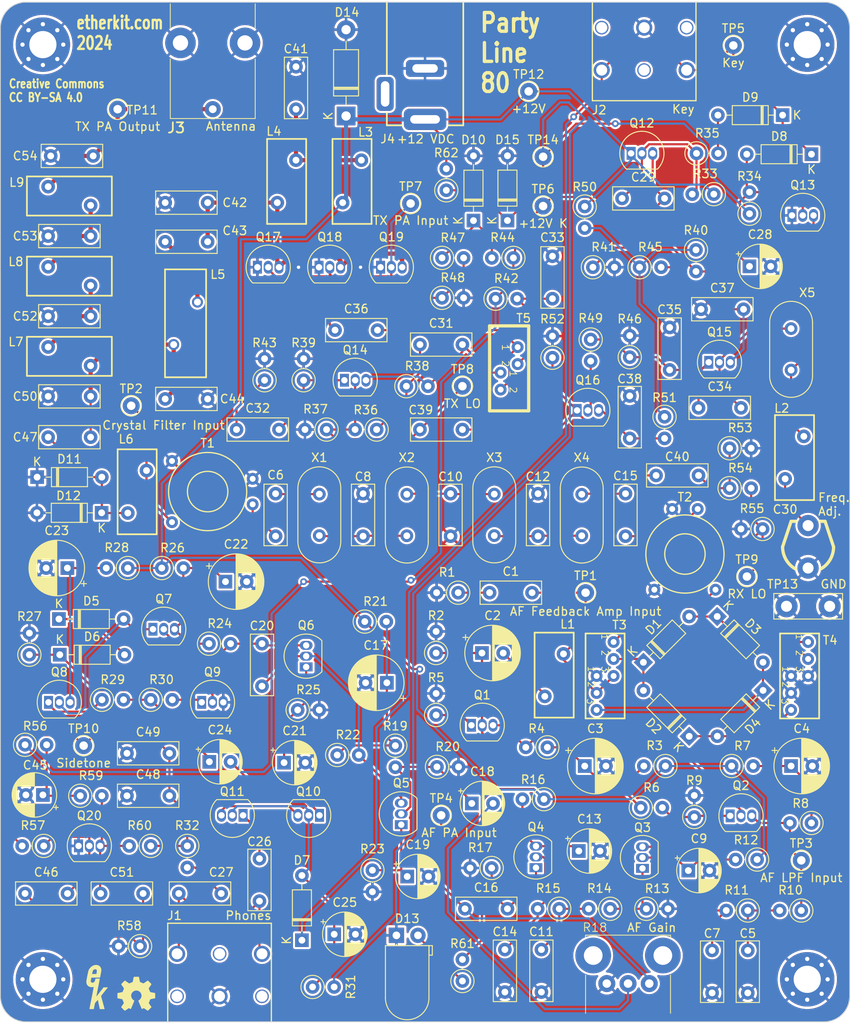
<source format=kicad_pcb>
(kicad_pcb (version 20240108) (generator "pcbnew") (generator_version "8.0")
  (title_block (title "Party Line 80") (date "2024-05-24") (rev "B") (company "Etherkit LLC"))
  (layers (0 "F.Cu" signal) (31 "B.Cu" signal) (34 "B.Paste" user) (35 "F.Paste" user) (36 "B.SilkS" user "B.Silkscreen") (37 "F.SilkS" user "F.Silkscreen") (38 "B.Mask" user) (39 "F.Mask" user) (44 "Edge.Cuts" user))
  (net 0 "")
  (net 1 "Net-(C1-Pad1)")
  (net 2 "Net-(C1-Pad2)")
  (net 3 "Net-(Q1-B)")
  (net 4 "Net-(C2-Pad2)")
  (net 5 "Net-(C3-Pad1)")
  (net 6 "GND")
  (net 7 "Net-(C4-Pad1)")
  (net 8 "Net-(C5-Pad2)")
  (net 9 "Net-(C6-Pad1)")
  (net 10 "Net-(C6-Pad2)")
  (net 11 "Net-(Q3-B)")
  (net 12 "Net-(C8-Pad2)")
  (net 13 "Net-(Q3-C)")
  (net 14 "Net-(C10-Pad2)")
  (net 15 "Net-(C11-Pad2)")
  (net 16 "Net-(C12-Pad2)")
  (net 17 "Net-(Q4-B)")
  (net 18 "Net-(C15-Pad1)")
  (net 19 "Net-(C15-Pad2)")
  (net 20 "Net-(Q4-C)")
  (net 21 "Net-(C16-Pad1)")
  (net 22 "Net-(Q4-E)")
  (net 23 "Net-(C17-Pad1)")
  (net 24 "Net-(Q5-B)")
  (net 25 "Net-(C18-Pad2)")
  (net 26 "Net-(Q5-E)")
  (net 27 "Net-(Q6-C)")
  (net 28 "Net-(Q5-C)")
  (net 29 "Net-(Q6-E)")
  (net 30 "Net-(Q7-C)")
  (net 31 "Net-(Q8-C)")
  (net 32 "Net-(C24-Pad1)")
  (net 33 "Net-(Q10-D)")
  (net 34 "Net-(D7-A)")
  (net 35 "Net-(Q11-S)")
  (net 36 "Net-(Q10-S)")
  (net 37 "TX LO")
  (net 38 "Net-(Q12-B)")
  (net 39 "+12V K")
  (net 40 "Net-(C26-Pad1)")
  (net 41 "Net-(Q14-C)")
  (net 42 "Net-(C27-Pad2)")
  (net 43 "Net-(C30-Pad1)")
  (net 44 "Net-(Q14-E)")
  (net 45 "Net-(C31-Pad2)")
  (net 46 "Net-(Q15-E)")
  (net 47 "Net-(Q13-D)")
  (net 48 "Net-(Q17-G)")
  (net 49 "Net-(C32-Pad1)")
  (net 50 "Net-(Q15-C)")
  (net 51 "Net-(Q16-C)")
  (net 52 "Net-(Q16-E)")
  (net 53 "Net-(C33-Pad2)")
  (net 54 "Net-(Q15-B)")
  (net 55 "Net-(Q17-D)")
  (net 56 "Net-(C36-Pad2)")
  (net 57 "Net-(C40-Pad1)")
  (net 58 "Net-(C41-Pad2)")
  (net 59 "Net-(C45-Pad1)")
  (net 60 "Net-(Q20-B)")
  (net 61 "Net-(D11-A)")
  (net 62 "Sidetone")
  (net 63 "Net-(Q20-C)")
  (net 64 "Net-(C43-Pad1)")
  (net 65 "Net-(C52-Pad2)")
  (net 66 "Net-(J3-In)")
  (net 67 "Net-(D1-Pad1)")
  (net 68 "Net-(D1-Pad2)")
  (net 69 "Net-(D2-Pad1)")
  (net 70 "Net-(D3-Pad2)")
  (net 71 "Net-(D5-K)")
  (net 72 "Net-(D5-A)")
  (net 73 "Net-(D6-K)")
  (net 74 "~{KEY}")
  (net 75 "Net-(D8-A)")
  (net 76 "Net-(D10-K)")
  (net 77 "Net-(D13-A)")
  (net 78 "+12V")
  (net 80 "RX")
  (net 81 "Net-(Q1-E)")
  (net 82 "Net-(Q1-C)")
  (net 83 "Net-(Q2-E)")
  (net 84 "Net-(Q2-C)")
  (net 85 "Net-(Q3-E)")
  (net 86 "Net-(Q8-E)")
  (net 87 "Net-(Q9-E)")
  (net 88 "Net-(Q16-B)")
  (net 89 "RX LO")
  (net 90 "Net-(T2-Pad3)")
  (net 91 "Net-(C44-Pad2)")
  (net 92 "Net-(C46-Pad1)")
  (net 93 "Net-(C53-Pad2)")
  (net 94 "Net-(D9-A)")
  (net 95 "+3.3V")
  (net 96 "Net-(R40-Pad1)")
  (footprint "Capacitor_THT:CP_Radial_D6.3mm_P2.50mm" (layer "F.Cu") (at 95.5 100.1 180)
    (property "Reference" "C17")
    (property "Value" "100u")
  )
  (footprint "Capacitor_THT:C_Rect_L7.0mm_W2.5mm_P5.00mm" (layer "F.Cu") (at 132.2 67.745)
    (property "Reference" "C34")
    (property "Value" "560p")
  )
  (footprint "Resistor_THT:R_Axial_DIN0207_L6.3mm_D2.5mm_P2.54mm_Vertical" (layer "F.Cu") (at 55.1 119.3 180)
    (property "Reference" "R57")
    (property "Value" "3.3k")
  )
  (footprint "TestPoint:TestPoint_THTPad_D2.0mm_Drill1.0mm" (layer "F.Cu") (at 112.2 30.5)
    (property "Reference" "TP12")
    (property "Value" "+12V")
  )
  (footprint "Resistor_THT:R_Axial_DIN0207_L6.3mm_D2.5mm_P2.54mm_Vertical" (layer "F.Cu") (at 102.5 42.145 90)
    (property "Reference" "R62")
    (property "Value" "1k")
  )
  (footprint "Resistor_THT:R_Axial_DIN0207_L6.3mm_D2.5mm_P2.54mm_Vertical" (layer "F.Cu") (at 125.255 51.2)
    (property "Reference" "R45")
    (property "Value" "100")
  )
  (footprint "Capacitor_THT:C_Rect_L7.0mm_W2.5mm_P5.00mm" (layer "F.Cu") (at 74.4 66.7 180)
    (property "Reference" "C44")
    (property "Value" "1.5n")
  )
  (footprint "Package_TO_SOT_THT:TO-92_Inline" (layer "F.Cu") (at 67.96 93.8)
    (property "Reference" "Q7")
    (property "Value" "2N4401")
  )
  (footprint "EtherkitKicadLibrary:T50-V" (layer "F.Cu") (at 71.79954 51.45 180)
    (property "Reference" "L5")
    (property "Value" "T50-2 36T" (hide yes))
  )
  (footprint "Resistor_THT:R_Axial_DIN0207_L6.3mm_D2.5mm_P2.54mm_Vertical" (layer "F.Cu") (at 81.1 64.5 90)
    (property "Reference" "R43")
    (property "Value" "4.7")
  )
  (footprint "Capacitor_THT:C_Rect_L7.0mm_W2.5mm_P5.00mm" (layer "F.Cu") (at 92.7 77.85 -90)
    (property "Reference" "C8")
    (property "Value" "20")
  )
  (footprint "Capacitor_THT:CP_Radial_D6.3mm_P2.50mm" (layer "F.Cu") (at 57.88238 86.6 180)
    (property "Reference" "C23")
    (property "Value" "100u")
  )
  (footprint "Resistor_THT:R_Axial_DIN0207_L6.3mm_D2.5mm_P2.54mm_Vertical" (layer "F.Cu") (at 118.8 44.055 -90)
    (property "Reference" "R50")
    (property "Value" "220")
  )
  (footprint "Resistor_THT:R_Axial_DIN0207_L6.3mm_D2.5mm_P2.54mm_Vertical" (layer "F.Cu") (at 139.74 82 180)
    (property "Reference" "R55")
    (property "Value" "150")
  )
  (footprint "Resistor_THT:R_Axial_DIN0207_L6.3mm_D2.5mm_P2.54mm_Vertical" (layer "F.Cu") (at 119.76 51.2)
    (property "Reference" "R41")
    (property "Value" "10k")
  )
  (footprint "Resistor_THT:R_Axial_DIN0207_L6.3mm_D2.5mm_P2.54mm_Vertical" (layer "F.Cu") (at 69 86.6)
    (property "Reference" "R26")
    (property "Value" "51")
  )
  (footprint "Diode_THT:D_DO-35_SOD27_P7.62mm_Horizontal" (layer "F.Cu") (at 85.5 130.4 90)
    (property "Reference" "D7")
    (property "Value" "1N4148")
  )
  (footprint "Package_TO_SOT_THT:TO-92_Inline" (layer "F.Cu") (at 105.46 105.1)
    (property "Reference" "Q1")
    (property "Value" "2N4401")
  )
  (footprint "Resistor_THT:R_Axial_DIN0207_L6.3mm_D2.5mm_P2.54mm_Vertical" (layer "F.Cu") (at 72 119.3 -90)
    (property "Reference" "R32")
    (property "Value" "220")
  )
  (footprint "Crystal:Crystal_HC49-U_Vertical" (layer "F.Cu") (at 87.55 77.9 -90)
    (property "Reference" "X1")
    (property "Value" "3.582 MHz")
  )
  (footprint "Package_TO_SOT_THT:TO-92_Inline" (layer "F.Cu") (at 86 98.24 90)
    (property "Reference" "Q6")
    (property "Value" "2N4401")
  )
  (footprint "Capacitor_THT:CP_Radial_D6.3mm_P2.50mm" (layer "F.Cu") (at 76.5 88.2)
    (property "Reference" "C22")
    (property "Value" "100u")
  )
  (footprint "Capacitor_THT:C_Rect_L7.0mm_W2.5mm_P5.00mm" (layer "F.Cu") (at 69.4 43.6)
    (property "Reference" "C42")
    (property "Value" "560p")
  )
  (footprint "Resistor_THT:R_Axial_DIN0207_L6.3mm_D2.5mm_P2.54mm_Vertical" (layer "F.Cu") (at 128.3 109.9 180)
    (property "Reference" "R3")
    (property "Value" "150")
  )
  (footprint "Capacitor_THT:C_Rect_L7.0mm_W2.5mm_P5.00mm" (layer "F.Cu") (at 77.8 70.3)
    (property "Reference" "C32")
    (property "Value" "100n")
  )
  (footprint "Resistor_THT:R_Axial_DIN0207_L6.3mm_D2.5mm_P2.54mm_Vertical" (layer "F.Cu") (at 135.86 77.2)
    (property "Reference" "R54")
    (property "Value" "36")
  )
  (footprint "TestPoint:TestPoint_THTPad_D2.0mm_Drill1.0mm" (layer "F.Cu") (at 101.9 115.7)
    (property "Reference" "TP4")
    (property "Value" "AF PA Input")
  )
  (footprint "Capacitor_THT:CP_Radial_D6.3mm_P2.50mm" (layer "F.Cu") (at 143.1 109.9)
    (property "Reference" "C4")
    (property "Value" "100u")
  )
  (footprint "Capacitor_THT:C_Rect_L7.0mm_W2.5mm_P5.00mm" (layer "F.Cu") (at 124.1 66.345 -90)
    (property "Reference" "C38")
    (property "Value" "100n")
  )
  (footprint "Package_TO_SOT_THT:TO-92_Inline" (layer "F.Cu") (at 94.76 51.2)
    (property "Reference" "Q19")
    (property "Value" "2N7000")
  )
  (footprint "EtherkitKicadLibrary:Kycon_STX-3120-3B" (layer "F.Cu") (at 125.8 20 180)
    (property "Reference" "J2")
    (property "Value" "Key")
  )
  (footprint "Capacitor_THT:C_Rect_L7.0mm_W2.5mm_P5.00mm" (layer "F.Cu") (at 109.4 136.5 90)
    (property "Reference" "C14")
    (property "Value" "10n")
  )
  (footprint "Resistor_THT:R_Axial_DIN0207_L6.3mm_D2.5mm_P2.54mm_Vertical" (layer "F.Cu") (at 86.755 135.9)
    (property "Reference" "R31")
    (property "Value" "100k")
  )
  (footprint "Capacitor_THT:CP_Radial_D6.3mm_P2.50mm" (layer "F.Cu") (at 106.7 96.6)
    (property "Reference" "C2")
    (property "Value" "220u")
  )
  (footprint "Capacitor_THT:C_Rect_L7.0mm_W2.5mm_P5.00mm" (layer "F.Cu") (at 104.7 126.7)
    (property "Reference" "C16")
    (property "Value" "1u Film")
  )
  (footprint "Package_TO_SOT_THT:TO-92_Inline" (layer "F.Cu") (at 80.26 51.2)
    (property "Reference" "Q17")
    (property "Value" "2N7000")
  )
  (footprint "Resistor_THT:R_Axial_DIN0207_L6.3mm_D2.5mm_P2.54mm_Vertical" (layer "F.Cu") (at 89.655 108.6)
    (property "Reference" "R22")
    (property "Value" "2.2k")
  )
  (footprint "Resistor_THT:R_Axial_DIN0207_L6.3mm_D2.5mm_P2.54mm_Vertical" (layer "F.Cu") (at 65 86.6 180)
    (property "Reference" "R28")
    (property "Value" "10")
  )
  (footprint "Resistor_THT:R_Axial_DIN0207_L6.3mm_D2.5mm_P2.54mm_Vertical" (layer "F.Cu") (at 88.4 70.3 180)
    (property "Reference" "R37")
    (property "Value" "2.2k")
  )
  (footprint "Resistor_THT:R_Axial_DIN0207_L6.3mm_D2.5mm_P2.54mm_Vertical" (layer "F.Cu") (at 52.9 107.4)
    (property "Reference" "R56")
    (property "Value" "47")
  )
  (footprint "Resistor_THT:R_Axial_DIN0207_L6.3mm_D2.5mm_P2.54mm_Vertical" (layer "F.Cu") (at 135.86 72.5)
    (property "Reference" "R53")
    (property "Value" "150")
  )
  (footprint "EtherkitKicadLibrary:Molex_0731713150" (layer "F.Cu") (at 75 20.2 180)
    (property "Reference" "J3")
    (property "Value" "BNC" (hide yes))
  )
  (footprint "TestPoint:TestPoint_THTPad_D2.0mm_Drill1.0mm" (layer "F.Cu") (at 59.8 107.5)
    (property "Reference" "TP10")
    (property "Value" "Sidetone")
  )
  (footprint "Resistor_THT:R_Axial_DIN0207_L6.3mm_D2.5mm_P2.54mm_Vertical" (layer "F.Cu") (at 53.41 96.8 90)
    (property "Reference" "R27")
    (property "Value" "470")
  )
  (footprint "Resistor_THT:R_Axial_DIN0207_L6.3mm_D2.5mm_P2.54mm_Vertical" (layer "F.Cu") (at 102 50.1)
    (property "Reference" "R47")
    (property "Value" "3.3k")
  )
  (footprint "EtherkitKicadLibrary:Bournes_PTV09A" (layer "F.Cu") (at 123.9 139)
    (property "Reference" "R18")
    (property "Value" "1k Audio" (hide yes))
  )
  (footprint "Package_TO_SOT_THT:TO-92_Inline" (layer "F.Cu") (at 59.2 119.3)
    (property "Reference" "Q20")
    (property "Value" "2N4401")
  )
  (footprint "Crystal:Crystal_HC49-U_Vertical" (layer "F.Cu") (at 108.15 77.9 -90)
    (property "Reference" "X3")
    (property "Value" "3.582 MHz")
  )
  (footprint "Capacitor_THT:C_Rect_L7.0mm_W2.5mm_P5.00mm" (layer "F.Cu") (at 128.8 58.285 -90)
    (property "Reference" "C35")
    (property "Value" "560p")
  )
  (footprint "Diode_THT:D_DO-35_SOD27_P7.62mm_Horizontal" (layer "F.Cu") (at 131.1 106.4 135)
    (property "Reference" "D2")
    (property "Value" "1N4148")
  )
  (footprint "Capacitor_THT:C_Rect_L7.0mm_W2.5mm_P5.00mm" (layer "F.Cu") (at 132.5 56.145)
    (property "Reference" "C37")
    (property "Value" "100n")
  )
  (footprint "Resistor_THT:R_Axial_DIN0207_L6.3mm_D2.5mm_P2.54mm_Vertical" (layer "F.Cu") (at 115.8 126.7 180)
    (property "Reference" "R15")
    (property "Value" "4.7k")
  )
  (footprint "TestPoint:TestPoint_THTPad_D2.0mm_Drill1.0mm" (layer "F.Cu") (at 98.3 43.7)
    (property "Reference" "TP7")
    (property "Value" "TX PA Input")
  )
  (footprint "Resistor_THT:R_Axial_DIN0207_L6.3mm_D2.5mm_P2.54mm_Vertical" (layer "F.Cu") (at 119.5 59.705 -90)
    (property "Reference" "R49")
    (property "Value" "470")
  )
  (footprint "Resistor_THT:R_Axial_DIN0207_L6.3mm_D2.5mm_P2.54mm_Vertical" (layer "F.Cu") (at 125.4 114.8)
    (property "Reference" "R6")
    (property "Value" "1.8k")
  )
  (footprint "Resistor_THT:R_Axial_DIN0207_L6.3mm_D2.5mm_P2.54mm_Vertical" (layer "F.Cu") (at 107.845 121.9 180)
    (property "Reference" "R17")
    (property "Value" "4.7k")
  )
  (footprint "EtherkitKicadLibrary:T37-V-BIFILARXFMR" (layer "F.Cu") (at 109.9 58.1 180)
    (property "Reference" "T5")
    (property "Value" "FT37-43 10T Bifilar" (hide yes))
  )
  (footprint "TestPoint:TestPoint_THTPad_D2.0mm_Drill1.0mm" (layer "F.Cu") (at 65.4 67.5)
    (property "Reference" "TP2")
    (property "Value" "Crystal Filter Input")
  )
  (footprint "EtherkitKicadLibrary:T37-V" (layer "F.Cu") (at 63.12 42.816666 90)
    (property "Reference" "L9")
    (property "Value" "T37-2 20T" (hide yes))
  )
  (footprint "TestPoint:TestPoint_THTPad_D2.0mm_Drill1.0mm" (layer "F.Cu") (at 104.4 65.2)
    (property "Reference" "TP8")
    (property "Value" "TX LO")
  )
  (footprint "Diode_THT:D_DO-35_SOD27_P7.62mm_Horizontal" (layer "F.Cu") (at 54.32 75.9)
    (property "Reference" "D11")
    (property "Value" "1N4148")
  )
  (footprint "EtherkitKicadLibrary:T37-V" (layer "F.Cu") (at 83.7 36.1 180)
    (property "Reference" "L4")
    (property "Value" "FT37-43 10T" (hide yes))
  )
  (footprint "EtherkitKicadLibrary:D_DO-35_SOD27_P7.62mm_Horizontal" (layer "F.Cu") (at 109.7 45.7 90)
    (property "Reference" "D15")
    (property "Value" "1N5237B")
  )
  (footprint "Resistor_THT:R_Axial_DIN0207_L6.3mm_D2.5mm_P2.54mm_Vertical" (layer "F.Cu") (at 67.7 119.3 180)
    (property "Reference" "R60")
    (property "Value" "3.3k")
  )
  (footprint "Capacitor_THT:C_Rect_L7.0mm_W2.5mm_P5.00mm" (layer "F.Cu") (at 132.2 75.7 180)
    (property "Reference" "C40")
    (property "Value" "100n")
  )
  (footprint "Resistor_THT:R_Axial_DIN0207_L6.3mm_D2.5mm_P2.54mm_Vertical" (layer "F.Cu") (at 126.055 126.7)
    (property "Reference" "R13")
    (property "Value" "4.7k")
  )
  (footprint "Package_TO_SOT_THT:TO-92_Inline" (layer "F.Cu") (at 135.93 115.76)
    (property "Reference" "Q2")
    (property "Value" "2N4401")
  )
  (footprint "TestPoint:TestPoint_THTPad_D2.0mm_Drill1.0mm" (layer "F.Cu") (at 63.8 32.6)
    (property "Reference" "TP11")
    (property "Value" "TX PA Output")
  )
  (footprint "Resistor_THT:R_Axial_DIN0207_L6.3mm_D2.5mm_P2.54mm_Vertical" (layer "F.Cu") (at 103.9 89.5 180)
    (property "Reference" "R1")
    (property "Value" "51")
  )
  (footprint "Diode_THT:D_DO-35_SOD27_P7.62mm_Horizontal" (layer "F.Cu") (at 125.705924 97.694077 45)
    (property "Reference" "D1")
    (property "Value" "1N4148")
  )
  (footprint "Capacitor_THT:C_Rect_L7.0mm_W2.5mm_P5.00mm" (layer "F.Cu") (at 123.2 43.1)
    (property "Reference" "C29")
    (property "Value" "100n")
  )
  (footprint "Capacitor_THT:C_Rect_L7.0mm_W2.5mm_P5.00mm" (layer "F.Cu") (at 64.9 108.4)
    (property "Reference" "C49")
    (property "Value" "100n")
  )
  (footprint "EtherkitKicadLibrary:OSHWLogo4mm" (layer "F.Cu") (at 66 136.7)
    (property "Reference" "SYM1" (hide yes))
    (property "Value" "Logo_Open_Hardware_Small" (hide yes))
  )
  (footprint "Resistor_THT:R_Axial_DIN0207_L6.3mm_D2.5mm_P2.54mm_Vertical" (layer "F.Cu") (at 131.96 37.8)
    (property "Reference" "R35")
    (property "Value" "2.2k")
  )
  (footprint "EtherkitKicadLibrary:T37-STEPDOWN" (layer "F.Cu") (at 130.6 84.95 180)
    (property "Reference" "T2")
    (property "Value" "FT37-43 3T:21T" (hide yes))
  )
  (footprint "Capacitor_THT:C_Rect_L7.0mm_W2.5mm_P5.00mm" (layer "F.Cu") (at 55.62 71.2)
    (property "Reference" "C47")
    (property "Value" "82p")
  )
  (footprint "EtherkitKicadLibrary:T37-V" (layer "F.Cu") (at 115.2 94.2 180)
    (property "Reference" "L1")
    (property "Value" "FT37-43 25T" (hide yes))
  )
  (footprint "Capacitor_THT:C_Rect_L7.0mm_W2.5mm_P5.00mm" (layer "F.Cu") (at 113.7 136.5 90)
    (property "Reference" "C11")
    (property "Value" "10n")
  )
  (footprint "Capacitor_THT:C_Rect_L7.0mm_W2.5mm_P5.00mm" (layer "F.Cu") (at 71 124.9)
    (property "Reference" "C27")
    (property "Value" "560n Film")
  )
  (footprint "Resistor_THT:R_Axial_DIN0207_L6.3mm_D2.5mm_P2.54mm_Vertical" (layer "F.Cu") (at 66.445 131.1 180)
    (property "Reference" "R58")
    (property "Value" "330")
  )
  (footprint "EtherkitKicadLibrary:CUI_PJ-202AH" (layer "F.Cu") (at 100 20.1 180)
    (property "Reference" "J4")
    (property "Value" "2.1 mm Barrel Jack" (hide yes))
  )
  (footprint "Resistor_THT:R_Axial_DIN0207_L6.3mm_D2.5mm_P2.54mm_Vertical" (layer "F.Cu") (at 85 103.3)
    (property "Reference" "R25")
    (property "Value" "2.2k")
  )
  (footprint "EtherkitKicadLibrary:T37-STEPDOWN" (layer "F.Cu") (at 74.4 77.6 90)
    (property "Reference" "T1")
    (property "Value" "FT37-43 3T:21T" (hide yes))
  )
  (footprint "Diode_THT:D_DO-35_SOD27_P7.62mm_Horizontal" (layer "F.Cu") (at 56.99 96.8)
    (property "Reference" "D6")
    (property "Value" "1N4148")
  )
  (footprint "Resistor_THT:R_Axial_DIN0207_L6.3mm_D2.5mm_P2.54mm_Vertical" (layer "F.Cu") (at 124.1 61.785 90)
    (property "Reference" "R46")
    (property "Value" "470")
  )
  (footprint "Resistor_THT:R_Axial_DIN0207_L6.3mm_D2.5mm_P2.54mm_Vertical" (layer "F.Cu") (at 104.4 135.2 90)
    (property "Reference" "R61")
    (property "Value" "3.3k")
  )
  (footprint "Package_TO_SOT_THT:TO-92_Inline" (layer "F.Cu") (at 97.2 116.8 90)
    (property "Reference" "Q5")
    (property "Value" "2N4401")
  )
  (footprint "EtherkitKicadLibrary:T37-V-TRIFILARXFMR" (layer "F.Cu") (at 121.2 94.3 180)
    (property "Reference" "T3")
    (property "Value" "FT37-43 10T Trifilar" (hide yes))
  )
  (footprint "Capacitor_THT:CP_Radial_D5.0mm_P2.50mm" (layer "F.Cu") (at 74.6 109.4)
    (property "Reference" "C24")
    (property "Value" "10u")
  )
  (footprint "Resistor_THT:R_Axial_DIN0207_L6.3mm_D2.5mm_P2.54mm_Vertical" (layer "F.Cu") (at 131.9 49.16 -90)
    (property "Reference" "R40")
    (property "Value" "10k")
  )
  (footprint "Capacitor_THT:C_Rect_L7.0mm_W2.5mm_P5.00mm" (layer "F.Cu") (at 138 136.6 90)
    (property "Reference" "C5")
    (property "Value" "10n")
  )
  (footprint "Resistor_THT:R_Axial_DIN0207_L6.3mm_D2.5mm_P2.54mm_Vertical" (layer "F.Cu") (at 145.5 116.6 180)
    (property "Reference" "R8")
    (property "Value" "680")
  )
  (footprint "Package_TO_SOT_THT:TO-92_Inline" (layer "F.Cu") (at 78.57 115.7 180)
    (property "Reference" "Q11")
    (property "Value" "2N7000")
  )
  (footprint "Capacitor_THT:CP_Radial_D5.0mm_P2.50mm" (layer "F.Cu") (at 138.2 51.1)
    (property "Reference" "C28")
    (property "Value" "1u")
  )
  (footprint "Resistor_THT:R_Axial_DIN0207_L6.3mm_D2.5mm_P2.54mm_Vertical" (layer "F.Cu") (at 138 126.9 180)
    (property "Reference" "R11")
    (property "Value" "4.7k")
  )
  (footprint "Capacitor_THT:C_Rect_L7.0mm_W2.5mm_P5.00mm" (layer "F.Cu") (at 64.9 113.4)
    (property "Reference" "C48")
    (property "Value" "100n")
  )
  (footprint "Resistor_THT:R_Axial_DIN0207_L6.3mm_D2.5mm_P2.54mm_Vertical" (layer "F.Cu") (at 85.7 64.5 90)
    (property "Reference" "R39")
    (property "Value" "100")
  )
  (footprint "Package_TO_SOT_THT:TO-92_Inline" (layer "F.Cu") (at 55.66 102.4)
    (property "Reference" "Q8")
    (property "Value" "2N4401")
  )
  (footprint "Capacitor_THT:C_Rect_L7.0mm_W2.5mm_P5.00mm" (layer "F.Cu") (at 55.92 38.1)
    (property "Reference" "C54")
    (property "Value" "270p")
  )
  (footprint "Capacitor_THT:C_Rect_L7.0mm_W2.5mm_P5.00mm" (layer "F.Cu") (at 52.9 124.9)
    (property "Reference" "C46")
    (property "Value" "100n")
  )
  (footprint "Package_TO_SOT_THT:TO-92_Inline" (layer "F.Cu") (at 113.06 121.87 90)
    (property "Reference" "Q4")
    (property "Value" "2N4401")
  )
  (footprint "Crystal:Crystal_HC49-U_Vertical" (layer "F.Cu") (at 118.45 82.8 90)
    (property "Reference" "X4")
    (property "Value" "3.582 MHz")
  )
  (footprint "Resistor_THT:R_Axial_DIN0207_L6.3mm_D2.5mm_P2.54mm_Vertical" (layer "F.Cu") (at 114.4 107.7 180)
    (property "Reference" "R4")
    (property "Value" "1k")
  )
  (footprint "Package_TO_SOT_THT:TO-92_Inline" (layer "F.Cu") (at 124.26 37.8)
    (property "Reference" "Q12")
    (property "Value" "2N4403")
  )
  (footprint "Capacitor_THT:C_Rect_L7.0mm_W2.5mm_P5.00mm" (layer "F.Cu") (at 55.62 56.966664)
    (property "Reference" "C52")
    (property "Value" "1n")
  )
  (footprint "Resistor_THT:R_Axial_DIN0207_L6.3mm_D2.5mm_P2.54mm_Vertical" (layer "F.Cu") (at 128.2 68.8 -90)
    (property "Reference" "R51")
    (property "Value" "100")
  )
  (footprint "Capacitor_THT:C_Rect_L7.0mm_W2.5mm_P5.00mm" (layer "F.Cu") (at 104.4 60.3 180)
    (property "Reference" "C31")
    (property "Value" "100n")
  )
  (footprint "Package_TO_SOT_THT:TO-92_Inline" (layer "F.Cu") (at 133.4 62.385)
    (property "Reference" "Q15")
    (property "Value" "2N4401")
  )
  (footprint "EtherkitKicadLibrary:D_DO-35_SOD27_P7.62mm_Horizontal" (layer "F.Cu") (at 105.7 45.71 90)
    (property "Reference" "D10")
    (property "Value" "1N5237B")
  )
  (footprint "Capacitor_THT:C_Rect_L7.0mm_W2.5mm_P5.00mm" (layer "F.Cu") (at 80.5 125.8 90)
    (property "Reference" "C26")
    (property "Value" "560n Film")
  )
  (footprint "Resistor_THT:R_Axial_DIN0207_L6.3mm_D2.5mm_P2.54mm_Vertical" (layer "F.Cu") (at 139.1 120.9 180)
    (property "Reference" "R12")
    (property "Value" "100")
  )
  (footprint "Capacitor_THT:C_Rect_L7.0mm_W2.5mm_P5.00mm" (layer "F.Cu") (at 115 49.9 -90)
    (property "Reference" "C33")
    (property "Value" "100n")
  )
  (footprint "Capacitor_THT:C_Rect_L7.0mm_W2.5mm_P5.00mm" (layer "F.Cu") (at 80.8 95.5 -90)
    (property "Reference" "C20")
    (property "Value" "2.2n")
  )
  (footprint "MountingHole:MountingHole_3.2mm_M3_Pad_Via" (layer "F.Cu") (at 55 135)
    (property "Reference" "H3" (hide yes))
    (property "Value" "MountingHole_Pad" (hide yes))
  )
  (footprint "TestPoint:TestPoint_THTPad_D2.0mm_Drill1.0mm" (layer "F.Cu") (at 136.3 25.1)
    (property "Reference" "TP5")
    (property "Value" "Key")
  )
  (footprint "EtherkitKicadLibrary:T37-V" (layer "F.Cu") (at 63.12 52.249998 90)
    (property "Reference" "L8")
    (property "Value" "T37-2 26T" (hide yes))
  )
  (footprint "Crystal:Crystal_HC49-U_Vertical" (layer "F.Cu") (at 143.1 63.3 90)
    (property "Reference" "X5")
    (property "Value" "3.582 MHz")
  )
  (footprint "Resistor_THT:R_Axial_DIN0207_L6.3mm_D2.5mm_P2.54mm_Vertical" (layer "F.Cu") (at 110.4 50.1 180)
    (property "Reference" "R44")
    (property "Value" "10k")
  )
  (footprint "Resistor_THT:R_Axial_DIN0207_L6.3mm_D2.5mm_P2.54mm_Vertical" (layer "F.Cu") (at 131.7 115.9 90)
    (property "Reference" "R9")
    (property "Value" "220")
  )
  (footprint "Capacitor_THT:C_Rect_L7.0mm_W2.5mm_P5.00mm" (layer "F.Cu") (at 55.62 66.4)
    (property "Reference" "C50")
    (property "Value" "270p")
  )
  (footprint "Capacitor_THT:CP_Radial_D5.0mm_P2.00mm" (layer "F.Cu") (at 55 113.3 180)
    (property "Reference" "C45")
    (property "Value" "1u")
  )
  (footprint "Resistor_THT:R_Axial_DIN0207_L6.3mm_D2.5mm_P2.54mm_Vertical" (layer "F.Cu") (at 101.3 103.9 90)
    (property "Reference" "R5")
    (property "Value" "22")
  )
  (footprint "Resistor_THT:R_Axial_DIN0207_L6.3mm_D2.5mm_P2.54mm_Vertical" (layer "F.Cu") (at 61.955 102.1)
    (property "Reference" "R29")
    (property "Value" "1")
  )
  (footprint "Diode_THT:D_DO-35_SOD27_P7.62mm_Horizontal" (layer "F.Cu") (at 145.5 37.9 180)
    (property "Reference" "D8")
    (property "Value" "1N4148")
  )
  (footprint "Capacitor_THT:CP_Radial_D5.0mm_P2.50mm" (layer "F.Cu") (at 89.3 129.7)
    (property "Reference" "C25")
    (property "Value" "1u")
  )
  (footprint "Capacitor_THT:CP_Radial_D5.0mm_P2.50mm" (layer "F.Cu") (at 131 122.2)
    (property "Reference" "C9")
    (property "Value" "10u")
  )
  (footprint "Diode_THT:D_DO-35_SOD27_P7.62mm_Horizontal" (layer "F.Cu") (at 139.8 101 -135)
    (property "Reference" "D4")
    (property "Value" "1N4148")
  )
  (footprint "MountingHole:MountingHole_3.2mm_M3_Pad_Via" (layer "F.Cu") (at 55 25)
    (property "Reference" "H1" (hide yes))
    (property "Value" "MountingHole_Pad" (hide yes))
  )
  (footprint "EtherkitKicadLibrary:T37-V" (layer "F.Cu") (at 66.1 82.62499)
    (property "Reference" "L6")
    (property "Value" "FT37-61 20T" (hide yes))
  )
  (footprint "Resistor_THT:R_Axial_DIN0207_L6.3mm_D2.5mm_P2.54mm_Vertical" (layer "F.Cu") (at 134 42.6 180)
    (property "Reference" "R33")
    (property "Value" "220")
  )
  (footprint "Resistor_THT:R_Axial_DIN0207_L6.3mm_D2.5mm_P2.54mm_Vertical" (layer "F.Cu") (at 102 54.8)
    (property "Reference" "R48")
    (property "Value" "3.3k")
  )
  (footprint "Diode_THT:D_DO-35_SOD27_P7.62mm_Horizontal" (layer "F.Cu") (at 134.4 92.3 -45)
    (property "Reference" "D3")
    (property "Value" "1N4148")
  )
  (footprint "Diode_THT:D_DO-35_SOD27_P7.62mm_Horizontal" (layer "F.Cu") (at 61.92 80.1 180)
    (property "Reference" "D12")
    (property "Value" "1N4148")
  )
  (footprint "Package_TO_SOT_THT:TO-92_Inline" (layer "F.Cu") (at 87.51 51.2)
    (property "Reference" "Q18")
    (property "Value" "2N7000")
  )
  (footprint "TestPoint:TestPoint_THTPad_D2.0mm_Drill1.0mm" (layer "F.Cu") (at 144.3 121)
    (property "Reference" "TP3")
    (property "Value" "AF LPF Input")
  )
  (footprint "Resistor_THT:R_Axial_DIN0207_L6.3mm_D2.5mm_P2.54mm_Vertical" (layer "F.Cu") (at 97.8 65.2)
    (property "Reference" "R38")
    (property "Value" "3k")
  )
  (footprint "Diode_THT:D_DO-41_SOD81_P10.16mm_Horizontal" (layer "F.Cu") (at 90.7 33.4 90)
    (property "Reference" "D14")
    (property "Value" "SB140")
  )
  (footprint "Diode_THT:D_DO-35_SOD27_P7.62mm_Horizontal" (layer "F.Cu") (at 56.89 92.6)
    (property "Reference" "D5")
    (property "Value" "1N4148")
  )
  (footprint "Package_TO_SOT_THT:TO-92_Inline" (layer "F.Cu") (at 143.2 45.1)
    (property "Reference" "Q13")
    (property "Value" "2N7000")
  )
  (footprint "Resistor_THT:R_Axial_DIN0207_L6.3mm_D2.5mm_P2.54mm_Vertical" (layer "F.Cu") (at 108.3 54.9)
    (property "Reference" "R42")
    (property "Value" "47")
  )
  (footprint "EtherkitKicadLibrary:EtherkitLogoSmall" (layer "F.Cu") (at 61.4 135.9)
    (property "Reference" "G1" (hide yes))
    (property "Value" "LOGO" (hide yes))
  )
  (footprint "EtherkitKicadLibrary:T37-V-TRIFILARXFMR" (layer "F.Cu") (at 144.1 94.3 180)
    (property "Reference" "T4")
    (property "Value" "FT37-43 10T Trifilar" (hide yes))
  )
  (footprint "Capacitor_THT:C_Rect_L7.0mm_W2.5mm_P5.00mm" (layer "F.Cu") (at 55.62 47.533332)
    (property "Reference" "C53")
    (property "Value" "1n")
  )
  (footprint "Resistor_THT:R_Axial_DIN0207_L6.3mm_D2.5mm_P2.54mm_Vertical" (layer "F.Cu") (at 115 61.845 90)
    (property "Reference" "R52")
    (property "Value" "220")
  )
  (footprint "Resistor_THT:R_Axial_DIN0207_L6.3mm_D2.5mm_P2.54mm_Vertical" (layer "F.Cu") (at 94.3 70.3 180)
    (property "Reference" "R36")
    (property "Value" "1.5k")
  )
  (footprint "MountingHole:MountingHole_3.2mm_M3_Pad_Via" (layer "F.Cu") (at 145 25)
    (property "Reference" "H2" (hide yes))
    (property "Value" "MountingHole_Pad" (hide yes))
  )
  (footprint "Capacitor_THT:C_Rect_L7.0mm_W2.5mm_P5.00mm" (layer "F.Cu") (at 113.3 77.85 -90)
    (property "Reference" "C12")
    (property "Value" "20")
  )
  (footprint "EtherkitKicadLibrary:TRIMCAP-MURATA" (layer "F.Cu") (at 145.1 84.1 90)
    (property "Reference" "C30")
    (property "Value" "45p" (hide yes))
  )
  (footprint "Capacitor_THT:CP_Radial_D5.0mm_P2.50mm" (layer "F.Cu") (at 105.5 114.3)
    (property "Reference" "C18")
    (property "Value" "1u Film")
  )
  (footprint "Resistor_THT:R_Axial_DIN0207_L6.3mm_D2.5mm_P2.54mm_Vertical" (layer "F.Cu") (at 144.3 126.9 180)
    (property "Reference" "R10")
    (property "Value" "4.7k")
  )
  (footprint "LED_THT:LED_D5.0mm_Horizontal_O1.27mm_Z3.0mm" (layer "F.Cu") (at 96.625 129.825)
    (property "Reference" "D13")
    (property "Value" "LED" (hide yes))
  )
  (footprint "TestPoint:TestPoint_Bridge_Pitch5.08mm_Drill1.3mm" (layer "F.Cu") (at 142.56 91.1)
    (property "Reference" "TP13")
    (property "Value" "GND")
  )
  (footprint "Capacitor_THT:C_Rect_L7.0mm_W2.5mm_P5.00mm" (layer "F.Cu") (at 107.6 89.5)
    (property "Reference" "C1")
    (property "Value" "100n")
  )
  (footprint "Capacitor_THT:C_Rect_L7.0mm_W2.5mm_P5.00mm" (layer "F.Cu") (at 82.4 82.85 90)
    (property "Reference" "C6")
    (property "Value" "25")
  )
  (footprint "Crystal:Crystal_HC49-U_Vertical" (layer "F.Cu") (at 97.85 82.8 90)
    (property "Reference" "X2")
    (property "Value" "3.582 MHz")
  )
  (footprint "EtherkitKicadLibrary:T37-V" (layer "F.Cu") (at 63.12 61.68333 90)
    (property "Reference" "L7")
    (property "Value" "T37-2 20T" (hide yes))
  )
  (footprint "Capacitor_THT:C_Rect_L7.0mm_W2.5mm_P5.00mm" (layer "F.Cu") (at 69.4 48.2)
    (property "Reference" "C43")
    (property "Value" "360p")
  )
  (footprint "Package_TO_SOT_THT:TO-92_Inline" (layer "F.Cu") (at 125.6 121.94 90)
    (property "Reference" "Q3")
    (property "Value" "2N4401")
  )
  (footprint "Capacitor_THT:C_Rect_L7.0mm_W2.5mm_P5.00mm" (layer "F.Cu") (at 123.6 77.85 -90)
    (property "Reference" "C15")
    (property "Value" "25")
  )
  (footprint "TestPoint:TestPoint_THTPad_D2.0mm_Drill1.0mm" (layer "F.Cu") (at 113.9 38.2)
    (property "Reference" "TP14")
    (property "Value" "+3.3V")
  )
  (footprint "Resistor_THT:R_Axial_DIN0207_L6.3mm_D2.5mm_P2.54mm_Vertical" (layer "F.Cu") (at 101.3 96.6 90)
    (property "Reference" "R2")
    (property "Value" "1.8k")
  )
  (footprint "Capacitor_THT:CP_Radial_D5.0mm_P2.50mm" (layer "F.Cu") (at 83.4 109.5)
    (property "Reference" "C21")
    (property "Value" "10u")
  )
  (footprint "Resistor_THT:R_Axial_DIN0207_L6.3mm_D2.5mm_P2.54mm_Vertical" (layer "F.Cu") (at 96.5 107.5 -90)
    (property "Reference" "R19")
    (property "Value" "47k")
  )
  (footprint "Capacitor_THT:C_Rect_L7.0mm_W2.5mm_P5.00mm" (layer "F.Cu") (at 99.4 70.3)
    (property "Reference" "C39")
    (property "Value" "100n")
  )
  (footprint "Resistor_THT:R_Axial_DIN0207_L6.3mm_D2.5mm_P2.54mm_Vertical" (layer "F.Cu") (at 59.4 113.4)
    (property "Reference" "R59")
    (property "Value" "3.3k")
  )
  (footprint "Capacitor_THT:C_Rect_L7.0mm_W2.5mm_P5.00mm" (layer "F.Cu") (at 61.8 124.9)
    (property "Reference" "C51")
    (property "Value" "100n")
  )
  (footprint "Package_TO_SOT_THT:TO-92_Inline" (layer "F.Cu") (at 87.57 115.7 180)
    (property "Reference" "Q10")
    (property "Value" "2N7000")
  )
  (footprint "Package_TO_SOT_THT:TO-92_Inline" (layer "F.Cu") (at 73.7 102.4)
    (property "Reference" "Q9")
    (property "Value" "2N4403")
  )
  (footprint "EtherkitKicadLibrary:T37-V" (layer "F.Cu") (at 91.4 46.1)
    (property "Reference" "L3")
    (property "Value" "FT37-43 10T" (hide yes))
  )
  (footprint "Resistor_THT:R_Axial_DIN0207_L6.3mm_D2.5mm_P2.54mm_Vertical" (layer "F.Cu") (at 101.4 110)
    (property "Reference" "R20")
    (property "Value" "10k")
  )
  (footprint "Package_TO_SOT_THT:TO-92_Inline" (layer "F.Cu") (at 117.9 68.045)
    (property "Reference" "Q16")
    (property "Value" "2N4401")
  )
  (footprint "Resistor_THT:R_Axial_DIN0207_L6.3mm_D2.5mm_P2.54mm_Vertical" (layer "F.Cu") (at 138.2 44.9 90)
    (property "Reference" "R34")
    (property "Value" "100k")
  )
  (footprint "Resistor_THT:R_Axial_DIN0207_L6.3mm_D2.5mm_P2.54mm_Vertical" (layer "F.Cu") (at 121.8 126.7 180)
    (property "Reference" "R14")
    (property "Value" "4.7k")
  )
  (footprint "Resistor_THT:R_Axial_DIN0207_L6.3mm_D2.5mm_P2.54mm_Vertical" (layer "F.Cu") (at 93.8 122.16 -90)
    (property "Reference" "R23")
    (property "Value" "470")
  )
  (footprint "Capacitor_THT:CP_Radial_D5.0mm_P2.50mm" (layer "F.Cu") (at 118.1 119.9)
    (property "Reference" "C13")
    (property "Value" "10u")
  )
  (footprint "Resistor_THT:R_Axial_DIN0207_L6.3mm_D2.5mm_P2.54mm_Vertical" (layer "F.Cu") (at 92.9 92.9)
    (property "Reference" "R21")
    (property "Value" "4.7k")
  )
  (footprint "Capacitor_THT:C_Rect_L7.0mm_W2.5mm_P5.00mm" (layer "F.Cu") (at 89.4 58.6)
    (property "Reference" "C36")
    (property "Value" "100n")
  )
  (footprint "Resistor_THT:R_Axial_DIN0207_L6.3mm_D2.5mm_P2.54mm_Vertical" (layer "F.Cu") (at 136.1 109.9)
    (property "Reference" "R7")
    (property "Value" "51")
  )
  (footprint "Resistor_THT:R_Axial_DIN0207_L6.3mm_D2.5mm_P2.54mm_Vertical" (layer "F.Cu") (at 114 113.8 180)
    (property "Reference" "R16")
    (property "Value" "100")
  )
  (footprint "EtherkitKicadLibrary:T37-V" (layer "F.Cu") (at 143.5 78.6)
    (property "Reference" "L2")
    (property "Value" "T37-2 22T" (hide yes))
  )
  (footprint "TestPoint:TestPoint_THTPad_D2.0mm_Drill1.0mm" (layer "F.Cu") (at 118.9 89.5)
    (property "Reference" "TP1")
    (property "Value" "AF Feedback Amp Input")
  )
  (footprint "Capacitor_THT:C_Rect_L7.0mm_W2.5mm_P5.00mm" (layer "F.Cu") (at 103 82.85 90)
    (property "Reference" "C10")
    (property "Value" "25")
  )
  (footprint "TestPoint:TestPoint_THTPad_D2.0mm_Drill1.0mm" (layer "F.Cu") (at 137.9 87.6)
    (property "Reference" "TP9")
    (property "Value" "RX LO")
  )
  (footprint "Resistor_THT:R_Axial_DIN0207_L6.3mm_D2.5mm_P2.54mm_Vertical" (layer "F.Cu") (at 67.7 102.1)
    (property "Reference" "R30")
    (property "Value" "1")
  )
  (footprint "Capacitor_THT:CP_Radial_D6.3mm_P2.50mm" (layer "F.Cu") (at 118.8 109.9)
    (property "Reference" "C3")
    (property "Value" "100u")
  )
  (footprint "Capacitor_THT:C_Rect_L7.0mm_W2.5mm_P5.00mm" (layer "F.Cu") (at 84.8 27.6 -90)
    (property "Reference" "C41")
    (property "Value" "100n")
  )
  (footprint "EtherkitKicadLibrary:Kycon_STX-3120-3B" (layer "F.Cu") (at 75.8 140)
    (property "Reference" "J1")
    (property "Value" "Phones")
  )
  (footprint "Capacitor_THT:C_Rect_L7.0mm_W2.5mm_P5.00mm" (layer "F.Cu") (at 133.8 136.6 90)
    (property "Reference" "C7")
    (property "Value" "10n")
  )
  (footprint "Resistor_THT:R_Axial_DIN0207_L6.3mm_D2.5mm_P2.54mm_Vertical" (layer "F.Cu") (at 74.56 95.5)
    (property "Reference" "R24")
    (property "Value" "2.2k")
  )
  (footprint "TestPoint:TestPoint_THTPad_D2.0mm_Drill1.0mm" (layer "F.Cu") (at 113.9 44)
    (property "Reference" "TP6")
    (property "Value" "+12V K")
  )
  (footprint "Diode_THT:D_DO-35_SOD27_P7.62mm_Horizontal" (layer "F.Cu") (at 142.1 33.3 180)
    (property "Reference" "D9")
    (property "Value" "1N4148")
  )
  (footprint "MountingHole:MountingHole_3.2mm_M3_Pad_Via" (layer "F.Cu") (at 145 135)
    (property "Reference" "H4" (hide yes))
    (property "Value" "MountingHole_Pad" (hide yes))
  )
  (footprint "Capacitor_THT:CP_Radial_D5.0mm_P2.50mm" (layer "F.Cu") (at 97.9 122.9)
    (property "Reference" "C19")
    (property "Value" "10u")
  )
  (footprint "Package_TO_SOT_THT:TO-92_Inline" (layer "F.Cu") (at 90.5 64.5)
    (property "Reference" "Q14")
    (property "Value" "2N4401")
  )
  (gr_line (start 53 140) (end 147 140) (stroke (width 0.1)) (layer "Edge.Cuts"))
  (gr_arc (start 150 137) (mid 149.12132 139.12132) (end 147 140) (stroke (width 0.1)) (layer "Edge.Cuts"))
  (gr_arc (start 147 20) (mid 149.12132 20.87868) (end 150 23) (stroke (width 0.1)) (layer "Edge.Cuts"))
  (gr_arc (start 53 140) (mid 50.87868 139.12132) (end 50 137) (stroke (width 0.1)) (layer "Edge.Cuts"))
  (gr_arc (start 50 23) (mid 50.87868 20.87868) (end 53 20) (stroke (width 0.1)) (layer "Edge.Cuts"))
  (gr_line (start 53 20) (end 147 20) (stroke (width 0.1)) (layer "Edge.Cuts"))
  (gr_line (start 150 23) (end 150 137) (stroke (width 0.1)) (layer "Edge.Cuts"))
  (gr_line (start 50 137) (end 50 23) (stroke (width 0.1)) (layer "Edge.Cuts"))
  (gr_text "Rev B" (at 68.4 40.1 0) (layer "F.Cu" knockout) (effects (font (size 1.5 1.5) (thickness 0.3) (bold yes)) (justify left bottom)))
  (gr_text "etherkit.com\n2024" (at 58.8 25.7 0) (layer "F.SilkS") (effects (font (size 1.5 1.1) (thickness 0.275) (bold yes)) (justify left bottom)))
  (gr_text "Antenna" (at 74.1 35.2 0) (layer "F.SilkS") (effects (font (size 1 1)) (justify left bottom)))
  (gr_text "+12 VDC" (at 96.6 36.7 0) (layer "F.SilkS") (effects (font (size 1 1)) (justify left bottom)))
  (gr_text "AF Gain" (at 123.7 129.5 0) (layer "F.SilkS") (effects (font (size 1 1)) (justify left bottom)))
  (gr_text "Creative Commons\nCC BY-SA 4.0" (at 50.9 31.8 0) (layer "F.SilkS") (effects (font (size 1 0.8) (thickness 0.2) (bold yes)) (justify left bottom)))
  (gr_text "Party\nLine\n80" (at 106.3 30.8 0) (layer "F.SilkS") (effects (font (size 2.2 1.8) (thickness 0.4) (bold yes)) (justify left bottom)))
  (gr_text "Freq.\nAdj." (at 146.2 80.5 0) (layer "F.SilkS") (effects (font (size 1 1)) (justify left bottom)))
  (segment (start 107.6 89.5) (end 103.9 89.5) (width 0.25) (layer "F.Cu") (net 1))
  (segment (start 118.9 94.1) (end 116.3 96.7) (width 0.25) (layer "F.Cu") (net 2))
  (segment (start 118.9 89.5) (end 118.9 94.1) (width 0.25) (layer "F.Cu") (net 2))
  (segment (start 118.9 89.5) (end 112.6 89.5) (width 0.25) (layer "F.Cu") (net 2))
  (segment (start 116.3 96.7) (end 116.3 97.4) (width 0.25) (layer "F.Cu") (net 2))
  (segment (start 120.2 101.3) (end 122.2 99.3) (width 0.25) (layer "F.Cu") (net 2))
  (segment (start 116.3 97.4) (end 120.2 101.3) (width 0.25) (layer "F.Cu") (net 2))
  (segment (start 106.73 106.03) (end 106.73 105.1) (width 0.25) (layer "F.Cu") (net 3))
  (segment (start 112.175 111.475) (end 106.73 106.03) (width 0.25) (layer "F.Cu") (net 3))
  (segment (start 101.3 96.6) (end 106.7 96.6) (width 0.25) (layer "F.Cu") (net 3))
  (segment (start 125.4 114.8) (end 122.075 111.475) (width 0.25) (layer "F.Cu") (net 3))
  (segment (start 106.7 96.6) (end 106.7 105.07) (width 0.25) (layer "F.Cu") (net 3))
  (segment (start 122.075 111.475) (end 112.175 111.475) (width 0.25) (layer "F.Cu") (net 3))
  (segment (start 106.7 105.07) (end 106.73 105.1) (width 0.25) (layer "F.Cu") (net 3))
  (segment (start 114.1 101.5) (end 114.1 101.7) (width 0.25) (layer "F.Cu") (net 4))
  (segment (start 109.2 96.6) (end 114.1 101.5) (width 0.25) (layer "F.Cu") (net 4))
  (segment (start 116.6 107.7) (end 118.8 109.9) (width 0.25) (layer "F.Cu") (net 5))
  (segment (start 124.635 111.025) (end 119.925 111.025) (width 0.25) (layer "F.Cu") (net 5))
  (segment (start 119.925 111.025) (end 118.8 109.9) (width 0.25) (layer "F.Cu") (net 5))
  (segment (start 125.76 109.9) (end 124.635 111.025) (width 0.25) (layer "F.Cu") (net 5))
  (segment (start 114.4 107.7) (end 116.6 107.7) (width 0.25) (layer "F.Cu") (net 5))
  (via (at 85.1 51.2) (size 0.8) (drill 0.4) (layers "F.Cu" "B.Cu") (net 6))
  (via (at 92.4 51.2) (size 0.8) (drill 0.4) (layers "F.Cu" "B.Cu") (net 6))
  (segment (start 143.1 109.9) (end 138.64 109.9) (width 0.25) (layer "F.Cu") (net 7))
  (segment (start 145.5 116.6) (end 145.5 112.3) (width 0.25) (layer "F.Cu") (net 7))
  (segment (start 145.5 112.3) (end 143.1 109.9) (width 0.25) (layer "F.Cu") (net 7))
  (segment (start 138 126.9) (end 141.76 126.9) (width 0.25) (layer "F.Cu") (net 8))
  (segment (start 138 126.9) (end 138 131.6) (width 0.25) (layer "F.Cu") (net 8))
  (segment (start 79.7 80.15) (end 79.7 79.1) (width 0.25) (layer "F.Cu") (net 9))
  (segment (start 82.4 82.85) (end 79.7 80.15) (width 0.25) (layer "F.Cu") (net 9))
  (segment (start 82.45 77.9) (end 82.4 77.85) (width 0.25) (layer "F.Cu") (net 10))
  (segment (start 87.55 77.9) (end 82.45 77.9) (width 0.25) (layer "F.Cu") (net 10))
  (segment (start 133.8 128.56) (end 135.46 126.9) (width 0.25) (layer "F.Cu") (net 11))
  (segment (start 133.8 131.6) (end 133.8 128.56) (width 0.25) (layer "F.Cu") (net 11))
  (segment (start 126.6 120.67) (end 132.83 126.9) (width 0.25) (layer "F.Cu") (net 11))
  (segment (start 125.6 120.67) (end 126.6 120.67) (width 0.25) (layer "F.Cu") (net 11))
  (segment (start 132.83 126.9) (end 135.46 126.9) (width 0.25) (layer "F.Cu") (net 11))
  (segment (start 92.75 82.8) (end 92.7 82.85) (width 0.25) (layer "F.Cu") (net 12))
  (segment (start 87.62 82.85) (end 87.55 82.78) (width 0.25) (layer "F.Cu") (net 12))
  (segment (start 92.7 82.85) (end 87.62 82.85) (width 0.25) (layer "F.Cu") (net 12))
  (segment (start 97.85 82.8) (end 92.75 82.8) (width 0.25) (layer "F.Cu") (net 12))
  (segment (start 128.2 119.4) (end 125.6 119.4) (width 0.25) (layer "F.Cu") (net 13))
  (segment (start 136.56 120.9) (end 132.3 120.9) (width 0.25) (layer "F.Cu") (net 13))
  (segment (start 131 122.2) (end 128.2 119.4) (width 0.25) (layer "F.Cu") (net 13))
  (segment (start 132.3 120.9) (end 131 122.2) (width 0.25) (layer "F.Cu") (net 13))
  (segment (start 97.92 77.85) (end 97.85 77.92) (width 0.25) (layer "F.Cu") (net 14))
  (segment (start 103.05 77.9) (end 103 77.85) (width 0.25) (layer "F.Cu") (net 14))
  (segment (start 103 77.85) (end 97.92 77.85) (width 0.25) (layer "F.Cu") (net 14))
  (segment (start 108.15 77.9) (end 103.05 77.9) (width 0.25) (layer "F.Cu") (net 14))
  (segment (start 115.8 129.4) (end 113.7 131.5) (width 0.25) (layer "F.Cu") (net 15))
  (segment (start 115.8 126.7) (end 115.8 129.4) (width 0.25) (layer "F.Cu") (net 15))
  (segment (start 119.26 126.7) (end 115.8 126.7) (width 0.25) (layer "F.Cu") (net 15))
  (segment (start 113.35 82.8) (end 113.3 82.85) (width 0.25) (layer "F.Cu") (net 16))
  (segment (start 118.45 82.8) (end 113.35 82.8) (width 0.25) (layer "F.Cu") (net 16))
  (segment (start 113.3 82.85) (end 108.22 82.85) (width 0.25) (layer "F.Cu") (net 16))
  (segment (start 108.22 82.85) (end 108.15 82.78) (width 0.25) (layer "F.Cu") (net 16))
  (segment (start 113.26 126.7) (end 114.135 125.825) (width 0.25) (layer "F.Cu") (net 17))
  (segment (start 114.135 120.835) (end 113.9 120.6) (width 0.25) (layer "F.Cu") (net 17))
  (segment (start 113.26 127.64) (end 113.26 126.7) (width 0.25) (layer "F.Cu") (net 17))
  (segment (start 114.135 125.825) (end 114.135 120.835) (width 0.25) (layer "F.Cu") (net 17))
  (segment (start 109.4 131.5) (end 113.26 127.64) (width 0.25) (layer "F.Cu") (net 17))
  (segment (start 113.9 120.6) (end 113.06 120.6) (width 0.25) (layer "F.Cu") (net 17))
  (segment (start 123.6 77.85) (end 118.52 77.85) (width 0.25) (layer "F.Cu") (net 18))
  (segment (start 118.52 77.85) (end 118.45 77.92) (width 0.25) (layer "F.Cu") (net 18))
  (segment (start 128.9 82.85) (end 123.6 82.85) (width 0.25) (layer "F.Cu") (net 19))
  (segment (start 132.1 79.65) (end 128.9 82.85) (width 0.25) (layer "F.Cu") (net 19))
  (segment (start 111.46 113.8) (end 111.46 117.73) (width 0.25) (layer "F.Cu") (net 20))
  (segment (start 113.06 119.33) (end 117.53 119.33) (width 0.25) (layer "F.Cu") (net 20))
  (segment (start 117.53 119.33) (end 118.1 119.9) (width 0.25) (layer "F.Cu") (net 20))
  (segment (start 111.46 117.73) (end 113.06 119.33) (width 0.25) (layer "F.Cu") (net 20))
  (segment (start 101.9 123.9) (end 104.7 126.7) (width 0.25) (layer "F.Cu") (net 21))
  (segment (start 101.9 115.7) (end 101.9 123.9) (width 0.25) (layer "F.Cu") (net 21))
  (segment (start 105.825 127.825) (end 104.7 126.7) (width 0.25) (layer "B.Cu") (net 21))
  (segment (start 119.239213 127.825) (end 105.825 127.825) (width 0.25) (layer "B.Cu") (net 21))
  (segment (start 126.4 134.985787) (end 126.4 135.5) (width 0.25) (layer "B.Cu") (net 21))
  (segment (start 119.239213 127.825) (end 126.4 134.985787) (width 0.25) (layer "B.Cu") (net 21))
  (segment (start 107.845 124.845) (end 109.7 126.7) (width 0.25) (layer "F.Cu") (net 22))
  (segment (start 113.06 121.87) (end 113.06 123.34) (width 0.25) (layer "F.Cu") (net 22))
  (segment (start 107.845 121.9) (end 107.845 124.845) (width 0.25) (layer "F.Cu") (net 22))
  (segment (start 113.06 123.34) (end 109.7 126.7) (width 0.25) (layer "F.Cu") (net 22))
  (segment (start 96.475 107.475) (end 96.5 107.5) (width 0.25) (layer "F.Cu") (net 23))
  (segment (start 89.655 108.6) (end 90.78 107.475) (width 0.25) (layer "F.Cu") (net 23))
  (segment (start 95.5 100.1) (end 95.5 106.5) (width 0.25) (layer "F.Cu") (net 23))
  (segment (start 90.78 107.475) (end 96.475 107.475) (width 0.25) (layer "F.Cu") (net 23))
  (segment (start 95.5 106.5) (end 96.5 107.5) (width 0.25) (layer "F.Cu") (net 23))
  (segment (start 95.5 100.1) (end 95.5 92.96) (width 0.25) (layer "B.Cu") (net 23))
  (segment (start 95.5 92.96) (end 95.44 92.9) (width 0.25) (layer "B.Cu") (net 23))
  (segment (start 101.4 110) (end 96.54 110) (width 0.25) (layer "F.Cu") (net 24))
  (segment (start 105.5 114.1) (end 105.5 114.3) (width 0.25) (layer "F.Cu") (net 24))
  (segment (start 96.5 110.04) (end 98.275 111.815) (width 0.25) (layer "F.Cu") (net 24))
  (segment (start 98.275 114.68) (end 97.425 115.53) (width 0.25) (layer "F.Cu") (net 24))
  (segment (start 98.275 111.815) (end 98.275 114.68) (width 0.25) (layer "F.Cu") (net 24))
  (segment (start 101.4 110) (end 105.5 114.1) (width 0.25) (layer "F.Cu") (net 24))
  (segment (start 97.425 115.53) (end 97.2 115.53) (width 0.25) (layer "F.Cu") (net 24))
  (segment (start 96.54 110) (end 96.5 110.04) (width 0.25) (layer "F.Cu") (net 24))
  (segment (start 123.9 137.5) (end 123.9 135.5) (width 0.25) (layer "B.Cu") (net 25))
  (segment (start 114.109009 138.5) (end 122.9 138.5) (width 0.25) (layer "B.Cu") (net 25))
  (segment (start 102.7 127.090991) (end 114.109009 138.5) (width 0.25) (layer "B.Cu") (net 25))
  (segment (start 122.9 138.5) (end 123.9 137.5) (width 0.25) (layer "B.Cu") (net 25))
  (segment (start 108 114.3) (end 102.7 119.6) (width 0.25) (layer "B.Cu") (net 25))
  (segment (start 102.7 119.6) (end 102.7 127.090991) (width 0.25) (layer "B.Cu") (net 25))
  (segment (start 97.2 116.8) (end 97.2 122.2) (width 0.25) (layer "F.Cu") (net 26))
  (segment (start 97.16 122.16) (end 97.9 122.9) (width 0.25) (layer "F.Cu") (net 26))
  (segment (start 93.8 122.16) (end 97.16 122.16) (width 0.25) (layer "F.Cu") (net 26))
  (segment (start 97.2 122.2) (end 97.9 122.9) (width 0.25) (layer "F.Cu") (net 26))
  (segment (start 77.1 95.5) (end 80.8 95.5) (width 0.25) (layer "F.Cu") (net 27))
  (segment (start 81 95.7) (end 80.8 95.5) (width 0.25) (layer "F.Cu") (net 27))
  (segment (start 77.1 95.5) (end 75.975 96.625) (width 0.25) (layer "F.Cu") (net 27))
  (segment (start 69.23 94.025) (end 69.23 93.8) (width 0.25) (layer "F.Cu") (net 27))
  (segment (start 71.83 96.625) (end 69.23 94.025) (width 0.25) (layer "F.Cu") (net 27))
  (segment (start 75.975 96.625) (end 71.83 96.625) (width 0.25) (layer "F.Cu") (net 27))
  (segment (start 86 95.7) (end 81 95.7) (width 0.25) (layer "F.Cu") (net 27))
  (segment (start 84.33 96.97) (end 80.8 100.5) (width 0.25) (layer "F.Cu") (net 28))
  (segment (start 97.2 113.605) (end 92.195 108.6) (width 0.25) (layer "F.Cu") (net 28))
  (segment (start 97.2 114.26) (end 97.2 113.605) (width 0.25) (layer "F.Cu") (net 28))
  (segment (start 86 96.97) (end 84.33 96.97) (width 0.25) (layer "F.Cu") (net 28))
  (segment (start 87 96.97) (end 92.195 102.165) (width 0.25) (layer "B.Cu") (net 28))
  (segment (start 92.195 102.165) (end 92.195 108.6) (width 0.25) (layer "B.Cu") (net 28))
  (segment (start 86 96.97) (end 87 96.97) (width 0.25) (layer "B.Cu") (net 28))
  (segment (start 86 102.3) (end 85 103.3) (width 0.25) (layer "F.Cu") (net 29))
  (segment (start 83.4 104.9) (end 85 103.3) (width 0.25) (layer "F.Cu") (net 29))
  (segment (start 86 98.24) (end 86 102.3) (width 0.25) (layer "F.Cu") (net 29))
  (segment (start 83.4 109.5) (end 83.4 104.9) (width 0.25) (layer "F.Cu") (net 29))
  (segment (start 71.54 86.6) (end 71.54 92.76) (width 0.25) (layer "F.Cu") (net 30))
  (segment (start 74.56 95.5) (end 72.2 95.5) (width 0.25) (layer "F.Cu") (net 30))
  (segment (start 72.2 95.5) (end 70.5 93.8) (width 0.25) (layer "F.Cu") (net 30))
  (segment (start 71.54 86.6) (end 74.9 86.6) (width 0.25) (layer "F.Cu") (net 30))
  (segment (start 71.54 92.76) (end 70.5 93.8) (width 0.25) (layer "F.Cu") (net 30))
  (segment (start 74.9 86.6) (end 76.5 88.2) (width 0.25) (layer "F.Cu") (net 30))
  (segment (start 57.88238 86.6) (end 62.46 86.6) (width 0.25) (layer "F.Cu") (net 31))
  (segment (start 58.2 86.91762) (end 57.88238 86.6) (width 0.25) (layer "B.Cu") (net 31))
  (segment (start 58.2 102.4) (end 58.2 86.91762) (width 0.25) (layer "B.Cu") (net 31))
  (segment (start 74.6 109) (end 67.7 102.1) (width 0.25) (layer "F.Cu") (net 32))
  (segment (start 74.6 109.4) (end 74.6 109) (width 0.25) (layer "F.Cu") (net 32))
  (segment (start 64.495 102.1) (end 67.7 102.1) (width 0.25) (layer "F.Cu") (net 32))
  (segment (start 76.555 114.625) (end 83.955 114.625) (width 0.25) (layer "F.Cu") (net 33))
  (segment (start 76.03 115.7) (end 76.03 115.15) (width 0.25) (layer "F.Cu") (net 33))
  (segment (start 83.955 114.625) (end 85.03 115.7) (width 0.25) (layer "F.Cu") (net 33))
  (segment (start 76.03 115.15) (end 76.555 114.625) (width 0.25) (layer "F.Cu") (net 33))
  (segment (start 89.3 129.7) (end 89.3 133.355) (width 0.25) (layer "F.Cu") (net 34))
  (segment (start 89.3 129.7) (end 89.3 126.58) (width 0.25) (layer "F.Cu") (net 34))
  (segment (start 89.3 133.355) (end 86.755 135.9) (width 0.25) (layer "F.Cu") (net 34))
  (segment (start 89.3 126.58) (end 85.5 122.78) (width 0.25) (layer "F.Cu") (net 34))
  (segment (start 86.3 115.7) (end 86.3 121.98) (width 0.25) (layer "B.Cu") (net 34))
  (segment (start 85.775 114.625) (end 77.875 114.625) (width 0.25) (layer "B.Cu") (net 34))
  (segment (start 77.3 115.2) (end 77.3 115.7) (width 0.25) (layer "B.Cu") (net 34))
  (segment (start 77.875 114.625) (end 77.3 115.2) (width 0.25) (layer "B.Cu") (net 34))
  (segment (start 86.3 115.15) (end 85.775 114.625) (width 0.25) (layer "B.Cu") (net 34))
  (segment (start 86.3 115.7) (end 86.3 115.15) (width 0.25) (layer "B.Cu") (net 34))
  (segment (start 86.3 121.98) (end 85.5 122.78) (width 0.25) (layer "B.Cu") (net 34))
  (segment (start 80.5 117.63) (end 78.57 115.7) (width 0.25) (layer "F.Cu") (net 35))
  (segment (start 80.5 120.8) (end 80.5 117.63) (width 0.25) (layer "F.Cu") (net 35))
  (segment (start 87.57 115.7) (end 87.57 115.475) (width 0.25) (layer "F.Cu") (net 36))
  (segment (start 80.3 112.7) (end 80.3 112.6) (width 0.25) (layer "F.Cu") (net 36))
  (segment (start 84.795 112.7) (end 80.3 112.7) (width 0.25) (layer "F.Cu") (net 36))
  (segment (start 87.57 115.475) (end 84.795 112.7) (width 0.25) (layer "F.Cu") (net 36))
  (segment (start 80.3 112.6) (end 77.1 109.4) (width 0.25) (layer "F.Cu") (net 36))
  (segment (start 88.4 70.3) (end 89.525 71.425) (width 0.25) (layer "F.Cu") (net 37))
  (segment (start 89.525 71.425) (end 98.275 71.425) (width 0.25) (layer "F.Cu") (net 37))
  (segment (start 91.76 70.3) (end 88.4 70.3) (width 0.25) (layer "F.Cu") (net 37))
  (segment (start 91.77 70.29) (end 91.76 70.3) (width 0.25) (layer "F.Cu") (net 37))
  (segment (start 99.4 70.3) (end 104.4 65.3) (width 0.25) (layer "F.Cu") (net 37))
  (segment (start 98.275 71.425) (end 99.4 70.3) (width 0.25) (layer "F.Cu") (net 37))
  (segment (start 91.77 64.5) (end 91.77 70.29) (width 0.25) (layer "F.Cu") (net 37))
  (segment (start 104.4 65.3) (end 104.4 65.2) (width 0.25) (layer "F.Cu") (net 37))
  (segment (start 131.96 42.1) (end 131.46 42.6) (width 0.25) (layer "F.Cu") (net 38))
  (segment (start 125.53 37.575) (end 125.53 37.8) (width 0.25) (layer "F.Cu") (net 38))
  (segment (start 125.53 37.8) (end 125.53 40.77) (width 0.25) (layer "F.Cu") (net 38))
  (segment (start 130.885 36.725) (end 126.38 36.725) (width 0.25) (layer "F.Cu") (net 38))
  (segment (start 131.96 37.8) (end 130.885 36.725) (width 0.25) (layer "F.Cu") (net 38))
  (segment (start 125.53 40.77) (end 123.2 43.1) (width 0.25) (layer "F.Cu") (net 38))
  (segment (start 131.96 37.8) (end 131.96 42.1) (width 0.25) (layer "F.Cu") (net 38))
  (segment (start 126.38 36.725) (end 125.53 37.575) (width 0.25) (layer "F.Cu") (net 38))
  (segment (start 126.8 41.7) (end 128.2 43.1) (width 0.25) (layer "F.Cu") (net 39))
  (segment (start 98.167588 88.2) (end 98.333794 88.033794) (width 0.25) (layer "F.Cu") (net 39))
  (segment (start 110.6 49.9) (end 110.6 47.3) (width 0.25) (layer "F.Cu") (net 39))
  (segment (start 114.97 42.93) (end 119.33 42.93) (width 0.25) (layer "F.Cu") (net 39))
  (segment (start 110.4 50.1) (end 110.6 49.9) (width 0.25) (layer "F.Cu") (net 39))
  (segment (start 120.625 44.225) (end 119.33 42.93) (width 0.25) (layer "F.Cu") (net 39))
  (segment (start 128.2 43.1) (end 127.075 44.225) (width 0.25) (layer "F.Cu") (net 39))
  (segment (start 110.4 50.1) (end 110.4 52.8) (width 0.25) (layer "F.Cu") (net 39))
  (segment (start 110.6 47.3) (end 113.9 44) (width 0.25) (layer "F.Cu") (net 39))
  (segment (start 127.075 44.225) (end 120.625 44.225) (width 0.25) (layer "F.Cu") (net 39))
  (segment (start 126.8 37.8) (end 126.8 41.7) (width 0.25) (layer "F.Cu") (net 39))
  (segment (start 85.7 88.2) (end 98.167588 88.2) (width 0.25) (layer "F.Cu") (net 39))
  (segment (start 110.4 52.8) (end 108.3 54.9) (width 0.25) (layer "F.Cu") (net 39))
  (segment (start 113.9 44) (end 114.97 42.93) (width 0.25) (layer "F.Cu") (net 39))
  (via (at 85.7 88.2) (size 0.8) (drill 0.4) (layers "F.Cu" "B.Cu") (net 39))
  (via (at 98.333794 88.033794) (size 0.8) (drill 0.4) (layers "F.Cu" "B.Cu") (net 39))
  (segment (start 81.01 110.6) (end 81.925 109.685) (width 0.25) (layer "B.Cu") (net 39))
  (segment (start 101.875 84.825) (end 98.666206 88.033794) (width 0.25) (layer "B.Cu") (net 39))
  (segment (start 81.925 91.975) (end 85.7 88.2) (width 0.25) (layer "B.Cu") (net 39))
  (segment (start 81.01 110.6) (end 56.1 110.6) (width 0.25) (layer "B.Cu") (net 39))
  (segment (start 108.3 54.9) (end 108.3 58.3) (width 0.25) (layer "B.Cu") (net 39))
  (segment (start 98.666206 88.033794) (end 98.333794 88.033794) (width 0.25) (layer "B.Cu") (net 39))
  (segment (start 108.3 58.3) (end 101.875 64.725) (width 0.25) (layer "B.Cu") (net 39))
  (segment (start 56.1 110.6) (end 52.9 107.4) (width 0.25) (layer "B.Cu") (net 39))
  (segment (start 81.925 109.685) (end 81.925 91.975) (width 0.25) (layer "B.Cu") (net 39))
  (segment (start 101.875 64.725) (end 101.875 84.825) (width 0.25) (layer "B.Cu") (net 39))
  (segment (start 71 131.8) (end 70.8 132) (width 0.25) (layer "F.Cu") (net 40))
  (segment (start 80.5 125.8) (end 79.700001 126.599999) (width 0.25) (layer "F.Cu") (net 40))
  (segment (start 79.700001 126.599999) (end 72.699999 126.599999) (width 0.25) (layer "F.Cu") (net 40))
  (segment (start 71 124.9) (end 71 131.8) (width 0.25) (layer "F.Cu") (net 40))
  (segment (start 80.5 125.8) (end 80.5 131.7) (width 0.25) (layer "F.Cu") (net 40))
  (segment (start 80.5 131.7) (end 80.8 132) (width 0.25) (layer "F.Cu") (net 40))
  (segment (start 72.699999 126.599999) (end 71 124.9) (width 0.25) (layer "F.Cu") (net 40))
  (segment (start 108.9 63.6) (end 107.7 63.6) (width 0.25) (layer "F.Cu") (net 41))
  (segment (start 107.7 63.6) (end 104.4 60.3) (width 0.25) (layer "F.Cu") (net 41))
  (segment (start 100.34 65.2) (end 104.4 61.14) (width 0.25) (layer "F.Cu") (net 41))
  (segment (start 104.4 61.14) (end 104.4 60.3) (width 0.25) (layer "F.Cu") (net 41))
  (segment (start 93.465 64.075) (end 93.04 64.5) (width 0.25) (layer "B.Cu") (net 41))
  (segment (start 100.34 65.2) (end 99.215 64.075) (width 0.25) (layer "B.Cu") (net 41))
  (segment (start 99.215 64.075) (end 93.465 64.075) (width 0.25) (layer "B.Cu") (net 41))
  (segment (start 72.94 121.84) (end 72 121.84) (width 0.25) (layer "F.Cu") (net 42))
  (segment (start 76 124.9) (end 72.94 121.84) (width 0.25) (layer "F.Cu") (net 42))
  (segment (start 142.4 76.1) (end 142.4 78.9) (width 0.25) (layer "F.Cu") (net 43))
  (segment (start 142.4 78.9) (end 145.1 81.6) (width 0.25) (layer "F.Cu") (net 43))
  (segment (start 85.7 64.5) (end 85.7 67.4) (width 0.25) (layer "F.Cu") (net 44))
  (segment (start 90.5 64.5) (end 85.7 64.5) (width 0.25) (layer "F.Cu") (net 44))
  (segment (start 85.7 67.4) (end 82.8 70.3) (width 0.25) (layer "F.Cu") (net 44))
  (segment (start 99.4 60.3) (end 99.4 63.6) (width 0.25) (layer "F.Cu") (net 45))
  (segment (start 97.8 66.8) (end 94.3 70.3) (width 0.25) (layer "F.Cu") (net 45))
  (segment (start 99.4 63.6) (end 97.8 65.2) (width 0.25) (layer "F.Cu") (net 45))
  (segment (start 97.8 65.2) (end 97.8 66.8) (width 0.25) (layer "F.Cu") (net 45))
  (segment (start 128.8 63.285) (end 132.5 63.285) (width 0.25) (layer "F.Cu") (net 46))
  (segment (start 122.02 59.705) (end 124.1 61.785) (width 0.25) (layer "F.Cu") (net 46))
  (segment (start 132.2 63.585) (end 133.4 62.385) (width 0.25) (layer "F.Cu") (net 46))
  (segment (start 124.1 61.785) (end 127.3 61.785) (width 0.25) (layer "F.Cu") (net 46))
  (segment (start 132.2 67.745) (end 132.2 63.585) (width 0.25) (layer "F.Cu") (net 46))
  (segment (start 119.5 59.705) (end 122.02 59.705) (width 0.25) (layer "F.Cu") (net 46))
  (segment (start 132.5 63.285) (end 133.4 62.385) (width 0.25) (layer "F.Cu") (net 46))
  (segment (start 127.3 61.785) (end 128.8 63.285) (width 0.25) (layer "F.Cu") (net 46))
  (segment (start 143.1 69.6) (end 144.6 71.1) (width 0.25) (layer "F.Cu") (net 47))
  (segment (start 143.1 63.3) (end 143.1 69.6) (width 0.25) (layer "F.Cu") (net 47))
  (segment (start 145.74 45.1) (end 145.74 60.66) (width 0.25) (layer "F.Cu") (net 47))
  (segment (start 145.74 60.66) (end 143.1 63.3) (width 0.25) (layer "F.Cu") (net 47))
  (segment (start 89.055 52.275) (end 88.78 52) (width 0.25) (layer "F.Cu") (net 48))
  (segment (start 96.405 52.275) (end 95.955 52.275) (width 0.25) (layer "F.Cu") (net 48))
  (segment (start 96.03 52.2) (end 95.955 52.275) (width 0.25) (layer "F.Cu") (net 48))
  (segment (start 95.955 52.275) (end 89.055 52.275) (width 0.25) (layer "F.Cu") (net 48))
  (segment (start 104.54 50.1) (end 104.54 52.26) (width 0.25) (layer "F.Cu") (net 48))
  (segment (start 88.78 57.98) (end 89.4 58.6) (width 0.25) (layer "F.Cu") (net 48))
  (segment (start 88.78 52.2) (end 88.78 51.2) (width 0.25) (layer "F.Cu") (net 48))
  (segment (start 81.53 51.425) (end 82.38 52.275) (width 0.25) (layer "F.Cu") (net 48))
  (segment (start 102 54.8) (end 98.93 54.8) (width 0.25) (layer "F.Cu") (net 48))
  (segment (start 98.93 54.8) (end 96.405 52.275) (width 0.25) (layer "F.Cu") (net 48))
  (segment (start 88.705 52.275) (end 88.78 52.2) (width 0.25) (layer "F.Cu") (net 48))
  (segment (start 88.78 51.2) (end 88.78 57.98) (width 0.25) (layer "F.Cu") (net 48))
  (segment (start 96.03 51.2) (end 96.03 52.2) (width 0.25) (layer "F.Cu") (net 48))
  (segment (start 81.53 51.2) (end 81.53 51.425) (width 0.25) (layer "F.Cu") (net 48))
  (segment (start 82.38 52.275) (end 88.705 52.275) (width 0.25) (layer "F.Cu") (net 48))
  (segment (start 104.54 52.26) (end 102 54.8) (width 0.25) (layer "F.Cu") (net 48))
  (segment (start 88.78 52) (end 88.78 51.2) (width 0.25) (layer "F.Cu") (net 48))
  (segment (start 96.03 45.97) (end 96.03 51.2) (width 0.25) (layer "B.Cu") (net 48))
  (segment (start 98.3 43.7) (end 96.03 45.97) (width 0.25) (layer "B.Cu") (net 48))
  (segment (start 77.8 67.8) (end 81.1 64.5) (width 0.25) (layer "F.Cu") (net 49))
  (segment (start 77.8 70.3) (end 77.8 67.8) (width 0.25) (layer "F.Cu") (net 49))
  (segment (start 129.145991 51.2) (end 134.090991 56.145) (width 0.25) (layer "F.Cu") (net 50))
  (segment (start 127.795 51.2) (end 129.145991 51.2) (width 0.25) (layer "F.Cu") (net 50))
  (segment (start 134.090991 56.145) (end 137.5 56.145) (width 0.25) (layer "F.Cu") (net 50))
  (segment (start 137.5 56.145) (end 137.5 60.825) (width 0.25) (layer "B.Cu") (net 50))
  (segment (start 137.5 60.825) (end 135.94 62.385) (width 0.25) (layer "B.Cu") (net 50))
  (segment (start 120.8 68.045) (end 124.1 71.345) (width 0.25) (layer "F.Cu") (net 51))
  (segment (start 124.1 71.345) (end 128.195 71.345) (width 0.25) (layer "F.Cu") (net 51))
  (segment (start 120.44 68.045) (end 120.8 68.045) (width 0.25) (layer "F.Cu") (net 51))
  (segment (start 128.195 71.345) (end 128.2 71.34) (width 0.25) (layer "F.Cu") (net 51))
  (segment (start 115 65.145) (end 117.9 68.045) (width 0.25) (layer "F.Cu") (net 52))
  (segment (start 125.33 75.7) (end 117.9 68.27) (width 0.25) (layer "F.Cu") (net 52))
  (segment (start 117.9 68.27) (end 117.9 68.045) (width 0.25) (layer "F.Cu") (net 52))
  (segment (start 104.4 70.3) (end 115.645 70.3) (width 0.25) (layer "F.Cu") (net 52))
  (segment (start 115.645 70.3) (end 117.9 68.045) (width 0.25) (layer "F.Cu") (net 52))
  (segment (start 127.2 75.7) (end 125.33 75.7) (width 0.25) (layer "F.Cu") (net 52))
  (segment (start 115 61.845) (end 115 65.145) (width 0.25) (layer "F.Cu") (net 52))
  (segment (start 110.84 54.9) (end 111.925 55.985) (width 0.25) (layer "F.Cu") (net 53))
  (segment (start 111.925 61.575) (end 110.9 62.6) (width 0.25) (layer "F.Cu") (net 53))
  (segment (start 111.925 55.985) (end 111.925 61.575) (width 0.25) (layer "F.Cu") (net 53))
  (segment (start 115 54.9) (end 110.84 54.9) (width 0.25) (layer "F.Cu") (net 53))
  (segment (start 138.41 58.42) (end 143.1 58.42) (width 0.25) (layer "F.Cu") (net 54))
  (segment (start 134.67 62.385) (end 134.67 65.215) (width 0.25) (layer "F.Cu") (net 54))
  (segment (start 129.1 48.9) (end 131.9 51.7) (width 0.25) (layer "F.Cu") (net 54))
  (segment (start 134.67 62.385) (end 134.67 62.16) (width 0.25) (layer "F.Cu") (net 54))
  (segment (start 119.76 51.2) (end 122.06 48.9) (width 0.25) (layer "F.Cu") (net 54))
  (segment (start 134.67 62.16) (end 138.41 58.42) (width 0.25) (layer "F.Cu") (net 54))
  (segment (start 141.365991 58.42) (end 143.1 58.42) (width 0.25) (layer "F.Cu") (net 54))
  (segment (start 131.9 51.7) (end 134.645991 51.7) (width 0.25) (layer "F.Cu") (net 54))
  (segment (start 134.67 65.215) (end 137.2 67.745) (width 0.25) (layer "F.Cu") (net 54))
  (segment (start 122.06 48.9) (end 129.1 48.9) (width 0.25) (layer "F.Cu") (net 54))
  (segment (start 134.645991 51.7) (end 141.365991 58.42) (width 0.25) (layer "F.Cu") (net 54))
  (segment (start 89.3 49.7) (end 90.05 50.45) (width 0.5) (layer "F.Cu") (net 55))
  (segment (start 74.4 48.2) (end 74.4 43.6) (width 0.5) (layer "F.Cu") (net 55))
  (segment (start 84.3 49.7) (end 82.8 51.2) (width 0.5) (layer "F.Cu") (net 55))
  (segment (start 91.65 49.6) (end 90.05 51.2) (width 0.5) (layer "F.Cu") (net 55))
  (segment (start 82.6 43.6) (end 82.6 51) (width 0.5) (layer "F.Cu") (net 55))
  (segment (start 96.6 49.6) (end 97.3 50.3) (width 0.5) (layer "F.Cu") (net 55))
  (segment (start 74.4 43.6) (end 82.6 43.6) (width 0.5) (layer "F.Cu") (net 55))
  (segment (start 96.6 49.6) (end 91.65 49.6) (width 0.5) (layer "F.Cu") (net 55))
  (segment (start 82.6 51) (end 82.8 51.2) (width 0.25) (layer "F.Cu") (net 55))
  (segment (start 97.3 50.3) (end 97.3 51.2) (width 0.5) (layer "F.Cu") (net 55))
  (segment (start 89.3 49.7) (end 84.3 49.7) (width 0.5) (layer "F.Cu") (net 55))
  (segment (start 90.05 50.45) (end 90.05 51.2) (width 0.5) (layer "F.Cu") (net 55))
  (segment (start 108.9 58.6) (end 110.9 60.6) (width 0.25) (layer "F.Cu") (net 56))
  (segment (start 110.9 60.6) (end 109.875 61.625) (width 0.25) (layer "F.Cu") (net 56))
  (segment (start 109.925 64.575) (end 108.9 65.6) (width 0.25) (layer "F.Cu") (net 56))
  (segment (start 109.875 61.625) (end 109.875 63.125431) (width 0.25) (layer "F.Cu") (net 56))
  (segment (start 94.4 58.6) (end 108.9 58.6) (width 0.25) (layer "F.Cu") (net 56))
  (segment (start 109.875 63.125431) (end 109.925 63.175431) (width 0.25) (layer "F.Cu") (net 56))
  (segment (start 109.925 63.175431) (end 109.925 64.575) (width 0.25) (layer "F.Cu") (net 56))
  (segment (start 135.86 77.2) (end 133.7 77.2) (width 0.25) (layer "F.Cu") (net 57))
  (segment (start 135.86 72.5) (end 135.86 77.2) (width 0.25) (layer "F.Cu") (net 57))
  (segment (start 133.7 77.2) (end 132.2 75.7) (width 0.25) (layer "F.Cu") (net 57))
  (segment (start 84.8 32.6) (end 84.8 38.6) (width 0.5) (layer "F.Cu") (net 58))
  (segment (start 84.8 38.6) (end 92.5 38.6) (width 0.5) (layer "F.Cu") (net 58))
  (segment (start 55.1 113.4) (end 55 113.3) (width 0.25) (layer "F.Cu") (net 59))
  (segment (start 59.4 113.4) (end 55.1 113.4) (width 0.25) (layer "F.Cu") (net 59))
  (segment (start 55.44 112.86) (end 55 113.3) (width 0.25) (layer "F.Cu") (net 59))
  (segment (start 55.44 107.4) (end 55.44 112.86) (width 0.25) (layer "F.Cu") (net 59))
  (segment (start 60.47 119.3) (end 60.47 118.3) (width 0.25) (layer "F.Cu") (net 60))
  (segment (start 60.47 119.3) (end 60.47 122.33) (width 0.25) (layer "F.Cu") (net 60))
  (segment (start 60.395 118.225) (end 56.175 118.225) (width 0.25) (layer "F.Cu") (net 60))
  (segment (start 60.47 118.3) (end 60.395 118.225) (width 0.25) (layer "F.Cu") (net 60))
  (segment (start 56.175 118.225) (end 55.1 119.3) (width 0.25) (layer "F.Cu") (net 60))
  (segment (start 60.47 122.33) (end 57.9 124.9) (width 0.25) (layer "F.Cu") (net 60))
  (segment (start 61.94 80.08) (end 61.92 80.1) (width 0.25) (layer "F.Cu") (net 61))
  (segment (start 61.94499 80.12499) (end 61.92 80.1) (width 0.25) (layer "F.Cu") (net 61))
  (segment (start 65 80.12499) (end 61.94499 80.12499) (width 0.25) (layer "F.Cu") (net 61))
  (segment (start 60.32 75.9) (end 55.62 71.2) (width 0.25) (layer "F.Cu") (net 61))
  (segment (start 61.94 75.9) (end 61.94 80.08) (width 0.25) (layer "F.Cu") (net 61))
  (segment (start 61.94 75.9) (end 60.32 75.9) (width 0.25) (layer "F.Cu") (net 61))
  (segment (start 59.8 107.5) (end 58.575 106.275) (width 0.25) (layer "F.Cu") (net 62))
  (segment (start 72 119.3) (end 72 115.5) (width 0.25) (layer "F.Cu") (net 62))
  (segment (start 58.575 106.275) (end 52.425 106.275) (width 0.25) (layer "F.Cu") (net 62))
  (segment (start 68 106.5) (end 60.8 106.5) (width 0.25) (layer "F.Cu") (net 62))
  (segment (start 69.9 108.4) (end 68 106.5) (width 0.25) (layer "F.Cu") (net 62))
  (segment (start 69.9 113.4) (end 69.9 108.4) (width 0.25) (layer "F.Cu") (net 62))
  (segment (start 67.7 119.3) (end 72 119.3) (width 0.25) (layer "F.Cu") (net 62))
  (segment (start 60.8 106.5) (end 59.8 107.5) (width 0.25) (layer "F.Cu") (net 62))
  (segment (start 51.5 107.2) (end 51.5 118.24) (width 0.25) (layer "F.Cu") (net 62))
  (segment (start 51.5 118.24) (end 52.56 119.3) (width 0.25) (layer "F.Cu") (net 62))
  (segment (start 72 115.5) (end 69.9 113.4) (width 0.25) (layer "F.Cu") (net 62))
  (segment (start 52.425 106.275) (end 51.5 107.2) (width 0.25) (layer "F.Cu") (net 62))
  (segment (start 61.74 119.3) (end 61.74 124.84) (width 0.25) (layer "F.Cu") (net 63))
  (segment (start 65.16 119.3) (end 61.74 119.3) (width 0.25) (layer "F.Cu") (net 63))
  (segment (start 61.74 124.84) (end 61.8 124.9) (width 0.25) (layer "F.Cu") (net 63))
  (segment (start 61.94 119.1) (end 61.74 119.3) (width 0.25) (layer "F.Cu") (net 63))
  (segment (start 61.94 113.4) (end 61.94 119.1) (width 0.25) (layer "F.Cu") (net 63))
  (segment (start 73.19908 55.3) (end 73.19908 51.99908) (width 0.5) (layer "F.Cu") (net 64))
  (segment (start 73.19908 51.99908) (end 69.4 48.2) (width 0.5) (layer "F.Cu") (net 64))
  (segment (start 60.62 53.349998) (end 60.62 56.966664) (width 0.5) (layer "F.Cu") (net 65))
  (segment (start 59.236666 56.966664) (end 55.62 60.58333) (width 0.5) (layer "F.Cu") (net 65))
  (segment (start 60.62 56.966664) (end 59.236666 56.966664) (width 0.5) (layer "F.Cu") (net 65))
  (segment (start 63.8 32.6) (end 63.8 35.22) (width 0.5) (layer "F.Cu") (net 66))
  (segment (start 75 32.6) (end 63.8 32.6) (width 0.5) (layer "F.Cu") (net 66))
  (segment (start 60.92 38.1) (end 59.236666 38.1) (width 0.5) (layer "F.Cu") (net 66))
  (segment (start 59.236666 38.1) (end 55.62 41.716666) (width 0.5) (layer "F.Cu") (net 66))
  (segment (start 63.8 35.22) (end 60.92 38.1) (width 0.5) (layer "F.Cu") (net 66))
  (segment (start 125.705924 97.694077) (end 125.705924 101.005924) (width 0.25) (layer "F.Cu") (net 67))
  (segment (start 125.311847 97.3) (end 125.705924 97.694077) (width 0.25) (layer "F.Cu") (net 67))
  (segment (start 125.705924 101.005924) (end 125.711846 101.011846) (width 0.25) (layer "F.Cu") (net 67))
  (segment (start 122.2 97.3) (end 125.311847 97.3) (width 0.25) (layer "F.Cu") (net 67))
  (segment (start 131.094078 92.305923) (end 134.394077 92.305923) (width 0.25) (layer "F.Cu") (net 68))
  (segment (start 143.55 95.75) (end 145.1 97.3) (width 0.25) (layer "F.Cu") (net 68))
  (segment (start 134.394077 92.305923) (end 134.4 92.3) (width 0.25) (layer "F.Cu") (net 68))
  (segment (start 137.85 95.75) (end 143.55 95.75) (width 0.25) (layer "F.Cu") (net 68))
  (segment (start 134.4 92.3) (end 137.85 95.75) (width 0.25) (layer "F.Cu") (net 68))
  (segment (start 143.1 103.3) (end 140.011846 106.388154) (width 0.25) (layer "F.Cu") (net 69))
  (segment (start 131.111846 106.388154) (end 131.1 106.4) (width 0.25) (layer "F.Cu") (net 69))
  (segment (start 134.411846 106.388154) (end 131.111846 106.388154) (width 0.25) (layer "F.Cu") (net 69))
  (segment (start 140.011846 106.388154) (end 134.411846 106.388154) (width 0.25) (layer "F.Cu") (net 69))
  (segment (start 139.788154 100.988154) (end 139.8 101) (width 0.25) (layer "F.Cu") (net 70))
  (segment (start 139.788154 97.688154) (end 139.788154 100.988154) (width 0.25) (layer "F.Cu") (net 70))
  (segment (start 120.2 103.3) (end 137.5 103.3) (width 0.25) (layer "B.Cu") (net 70))
  (segment (start 137.5 103.3) (end 139.8 101) (width 0.25) (layer "B.Cu") (net 70))
  (segment (start 56.89 92.6) (end 60.41 92.6) (width 0.25) (layer "F.Cu") (net 71))
  (segment (start 60.41 92.6) (end 64.61 96.8) (width 0.25) (layer "F.Cu") (net 71))
  (segment (start 65.71 93.8) (end 64.51 92.6) (width 0.25) (layer "F.Cu") (net 72))
  (segment (start 67.96 93.8) (end 65.71 93.8) (width 0.25) (layer "F.Cu") (net 72))
  (segment (start 56.93 102.625) (end 58.005 103.7) (width 0.25) (layer "B.Cu") (net 72))
  (segment (start 60 102.9) (end 60 97.11) (width 0.25) (layer "B.Cu") (net 72))
  (segment (start 60 97.11) (end 64.51 92.6) (width 0.25) (layer "B.Cu") (net 72))
  (segment (start 58.005 103.7) (end 59.2 103.7) (width 0.25) (layer "B.Cu") (net 72))
  (segment (start 59.2 103.7) (end 60 102.9) (width 0.25) (layer "B.Cu") (net 72))
  (segment (start 56.93 102.4) (end 56.93 102.625) (width 0.25) (layer "B.Cu") (net 72))
  (segment (start 56.99 96.8) (end 61.165 100.975) (width 0.25) (layer "F.Cu") (net 73))
  (segment (start 56.99 96.8) (end 53.41 96.8) (width 0.25) (layer "F.Cu") (net 73))
  (segment (start 74.97 101.47) (end 74.97 102.4) (width 0.25) (layer "F.Cu") (net 73))
  (segment (start 61.165 100.975) (end 74.475 100.975) (width 0.25) (layer "F.Cu") (net 73))
  (segment (start 74.475 100.975) (end 74.97 101.47) (width 0.25) (layer "F.Cu") (net 73))
  (segment (start 129.675 26.875) (end 130.8 28) (width 0.25) (layer "F.Cu") (net 74))
  (segment (start 136.3 25.1) (end 136.3 27.5) (width 0.25) (layer "F.Cu") (net 74))
  (segment (start 130.8 28) (end 133.4 28) (width 0.25) (layer "F.Cu") (net 74))
  (segment (start 121.925 26.875) (end 129.675 26.875) (width 0.25) (layer "F.Cu") (net 74))
  (segment (start 120.8 28) (end 120.8 30.2) (width 0.25) (layer "F.Cu") (net 74))
  (segment (start 136.3 27.5) (end 142.1 33.3) (width 0.25) (layer "F.Cu") (net 74))
  (segment (start 133.4 28) (end 136.3 25.1) (width 0.25) (layer "F.Cu") (net 74))
  (segment (start 120.8 30.2) (end 117.501992 33.498008) (width 0.25) (layer "F.Cu") (net 74))
  (segment (start 142.1 33.3) (end 142.1 34.5) (width 0.25) (layer "F.Cu") (net 74))
  (segment (start 142.1 34.5) (end 145.5 37.9) (width 0.25) (layer "F.Cu") (net 74))
  (segment (start 120.8 28) (end 121.925 26.875) (width 0.25) (layer "F.Cu") (net 74))
  (via (at 117.501992 33.498008) (size 0.8) (drill 0.4) (layers "F.Cu" "B.Cu") (net 74))
  (segment (start 98.113604 101.55) (end 98.113604 89.456676) (width 0.25) (layer "B.Cu") (net 74))
  (segment (start 94.275 119.5) (end 94.275 105.388604) (width 0.25) (layer "B.Cu") (net 74))
  (segment (start 85.5 130.4) (end 85.5 128.275) (width 0.25) (layer "B.Cu") (net 74))
  (segment (start 85.5 128.275) (end 94.275 119.5) (width 0.25) (layer "B.Cu") (net 74))
  (segment (start 116.6 70.97028) (end 116.6 34.4) (width 0.25) (layer "B.Cu") (net 74))
  (segment (start 98.113604 89.456676) (end 116.6 70.97028) (width 0.25) (layer "B.Cu") (net 74))
  (segment (start 116.6 34.4) (end 117.501992 33.498008) (width 0.25) (layer "B.Cu") (net 74))
  (segment (start 94.275 105.388604) (end 98.113604 101.55) (width 0.25) (layer "B.Cu") (net 74))
  (segment (start 137.075 49.975) (end 137.075 43.485) (width 0.25) (layer "F.Cu") (net 75))
  (segment (start 138.2 42.36) (end 142.73 42.36) (width 0.25) (layer "F.Cu") (net 75))
  (segment (start 138.2 51.1) (end 137.075 49.975) (width 0.25) (layer "F.Cu") (net 75))
  (segment (start 142.73 42.36) (end 144.47 44.1) (width 0.25) (layer "F.Cu") (net 75))
  (segment (start 137.88 42.04) (end 138.2 42.36) (width 0.25) (layer "F.Cu") (net 75))
  (segment (start 137.075 43.485) (end 138.2 42.36) (width 0.25) (layer "F.Cu") (net 75))
  (segment (start 137.88 37.9) (end 137.88 42.04) (width 0.25) (layer "F.Cu") (net 75))
  (segment (start 144.47 44.1) (end 144.47 45.1) (width 0.25) (layer "F.Cu") (net 75))
  (segment (start 107.86 50.1) (end 107.86 47.87) (width 0.25) (layer "F.Cu") (net 76))
  (segment (start 105.7 46.4) (end 102 50.1) (width 0.25) (layer "F.Cu") (net 76))
  (segment (start 105.7 45.71) (end 105.7 46.4) (width 0.25) (layer "F.Cu") (net 76))
  (segment (start 107.86 47.87) (end 105.7 45.71) (width 0.25) (layer "F.Cu") (net 76))
  (segment (start 104.4 135.2) (end 99.165 129.965) (width 0.25) (layer "F.Cu") (net 77))
  (segment (start 99.165 129.965) (end 99.165 129.825) (width 0.25) (layer "F.Cu") (net 77))
  (segment (start 102.5 36.3) (end 100 33.8) (width 0.25) (layer "F.Cu") (net 78))
  (segment (start 108.109009 112.6) (end 112.8 112.6) (width 0.25) (layer "F.Cu") (net 78))
  (segment (start 98.5 98.5) (end 99.375 98.5) (width 0.25) (layer "F.Cu") (net 78))
  (segment (start 106.7 130.36) (end 106.7 114.009009) (width 0.25) (layer "F.Cu") (net 78))
  (segment (start 92.9 92.9) (end 98.5 98.5) (width 0.25) (layer "F.Cu") (net 78))
  (segment (start 104.4 132.66) (end 106.7 130.36) (width 0.25) (layer "F.Cu") (net 78))
  (segment (start 112.8 112.6) (end 114 113.8) (width 0.25) (layer "F.Cu") (net 78))
  (segment (start 102.5 39.605) (end 102.5 36.3) (width 0.25) (layer "F.Cu") (net 78))
  (segment (start 106.7 114.009009) (end 108.109009 112.6) (width 0.25) (layer "F.Cu") (net 78))
  (via (at 99.375 98.5) (size 0.8) (drill 0.4) (layers "F.Cu" "B.Cu") (net 78))
  (segment (start 124.26 38.025) (end 127.71 41.475) (width 0.25) (layer "B.Cu") (net 78))
  (segment (start 86 47.9) (end 78.3 47.9) (width 0.25) (layer "B.Cu") (net 78))
  (segment (start 91.1 33.8) (end 90.7 33.4) (width 0.25) (layer "B.Cu") (net 78))
  (segment (start 127.71 41.475) (end 132.875 41.475) (width 0.25) (layer "B.Cu") (net 78))
  (segment (start 112.2 30.5) (end 116.96 30.5) (width 0.25) (layer "B.Cu") (net 78))
  (segment (start 114 113.8) (end 124.4 113.8) (width 0.25) (layer "B.Cu") (net 78))
  (segment (start 124.26 37.8) (end 124.26 38.025) (width 0.25) (layer "B.Cu") (net 78))
  (segment (start 139.899999 113.699999) (end 139.899999 120.100001) (width 0.25) (layer "B.Cu") (net 78))
  (segment (start 124.26 37.8) (end 124.26 38.595) (width 0.25) (layer "B.Cu") (net 78))
  (segment (start 85.4 85.4) (end 70.2 85.4) (width 0.25) (layer "B.Cu") (net 78))
  (segment (start 69 76.649569) (end 69 86.6) (width 0.25) (layer "B.Cu") (net 78))
  (segment (start 78.3 47.9) (end 78.3 67.349569) (width 0.25) (layer "B.Cu") (net 78))
  (segment (start 78.3 67.349569) (end 69 76.649569) (width 0.25) (layer "B.Cu") (net 78))
  (segment (start 108.9 33.8) (end 112.2 30.5) (width 0.25) (layer "B.Cu") (net 78))
  (segment (start 132.875 41.475) (end 134 42.6) (width 0.25) (layer "B.Cu") (net 78))
  (segment (start 124.4 113.8) (end 128.3 109.9) (width 0.25) (layer "B.Cu") (net 78))
  (segment (start 99.05 98.825) (end 99.375 98.5) (width 0.25) (layer "B.Cu") (net 78))
  (segment (start 136.1 109.9) (end 139.899999 113.699999) (width 0.25) (layer "B.Cu") (net 78))
  (segment (start 114 113.8) (end 112.875 112.675) (width 0.25) (layer "B.Cu") (net 78))
  (segment (start 90.7 43.2) (end 90.3 43.6) (width 0.25) (layer "B.Cu") (net 78))
  (segment (start 116.96 30.5) (end 124.26 37.8) (width 0.25) (layer "B.Cu") (net 78))
  (segment (start 90.7 33.4) (end 90.7 43.2) (width 0.5) (layer "B.Cu") (net 78))
  (segment (start 108.484009 112.675) (end 99.05 103.240991) (width 0.25) (layer "B.Cu") (net 78))
  (segment (start 100 33.8) (end 91.1 33.8) (width 0.5) (layer "B.Cu") (net 78))
  (segment (start 69 86.6) (end 65 86.6) (width 0.25) (layer "B.Cu") (net 78))
  (segment (start 124.26 38.595) (end 118.8 44.055) (width 0.25) (layer "B.Cu") (net 78))
  (segment (start 99.05 103.240991) (end 99.05 98.825) (width 0.25) (layer "B.Cu") (net 78))
  (segment (start 128.3 109.9) (end 136.1 109.9) (width 0.25) (layer "B.Cu") (net 78))
  (segment (start 70.2 85.4) (end 69 86.6) (width 0.25) (layer "B.Cu") (net 78))
  (segment (start 112.875 112.675) (end 108.484009 112.675) (width 0.25) (layer "B.Cu") (net 78))
  (segment (start 92.9 92.9) (end 85.4 85.4) (width 0.25) (layer "B.Cu") (net 78))
  (segment (start 90.3 43.6) (end 86 47.9) (width 0.25) (layer "B.Cu") (net 78))
  (segment (start 100 33.8) (end 108.9 33.8) (width 0.25) (layer "B.Cu") (net 78))
  (segment (start 139.899999 120.100001) (end 139.1 120.9) (width 0.25) (layer "B.Cu") (net 78))
  (segment (start 70.2 81.2) (end 67.2 78.2) (width 0.25) (layer "F.Cu") (net 80))
  (segment (start 67.2 69.3) (end 65.4 67.5) (width 0.25) (layer "F.Cu") (net 80))
  (segment (start 67.2 78.2) (end 67.2 75.12499) (width 0.25) (layer "F.Cu") (net 80))
  (segment (start 67.2 75.12499) (end 67.2 69.3) (width 0.25) (layer "F.Cu") (net 80))
  (segment (start 101.3 103.9) (end 104.26 103.9) (width 0.25) (layer "F.Cu") (net 81))
  (segment (start 104.26 103.9) (end 105.46 105.1) (width 0.25) (layer "F.Cu") (net 81))
  (segment (start 109.26 105.1) (end 111.86 107.7) (width 0.25) (layer "F.Cu") (net 82))
  (segment (start 137.2 115.105) (end 128.67 106.575) (width 0.25) (layer "F.Cu") (net 82))
  (segment (start 137.2 115.76) (end 137.2 115.105) (width 0.25) (layer "F.Cu") (net 82))
  (segment (start 108 105.1) (end 109.26 105.1) (width 0.25) (layer "F.Cu") (net 82))
  (segment (start 112.985 106.575) (end 111.86 107.7) (width 0.25) (layer "F.Cu") (net 82))
  (segment (start 128.67 106.575) (end 112.985 106.575) (width 0.25) (layer "F.Cu") (net 82))
  (segment (start 135.93 115.76) (end 131.84 115.76) (width 0.25) (layer "F.Cu") (net 83))
  (segment (start 131.84 115.76) (end 131.7 115.9) (width 0.25) (layer "F.Cu") (net 83))
  (segment (start 129.04 115.9) (end 127.94 114.8) (width 0.25) (layer "F.Cu") (net 83))
  (segment (start 131.7 115.9) (end 129.04 115.9) (width 0.25) (layer "F.Cu") (net 83))
  (segment (start 142.96 119.66) (end 142.96 116.6) (width 0.25) (layer "F.Cu") (net 84))
  (segment (start 144.3 126.9) (end 144.3 121) (width 0.25) (layer "F.Cu") (net 84))
  (segment (start 144.3 121) (end 142.96 119.66) (width 0.25) (layer "F.Cu") (net 84))
  (segment (start 142.96 116.6) (end 139.31 116.6) (width 0.25) (layer "F.Cu") (net 84))
  (segment (start 139.31 116.6) (end 138.47 115.76) (width 0.25) (layer "F.Cu") (net 84))
  (segment (start 121.8 126.7) (end 126.055 126.7) (width 0.25) (layer "F.Cu") (net 85))
  (segment (start 125.6 126.245) (end 126.055 126.7) (width 0.25) (layer "F.Cu") (net 85))
  (segment (start 125.6 121.94) (end 125.6 126.245) (width 0.25) (layer "F.Cu") (net 85))
  (segment (start 55.66 102.4) (end 55.66 102.625) (width 0.25) (layer "F.Cu") (net 86))
  (segment (start 55.66 102.625) (end 56.535 103.5) (width 0.25) (layer "F.Cu") (net 86))
  (segment (start 56.535 103.5) (end 60.555 103.5) (width 0.25) (layer "F.Cu") (net 86))
  (segment (start 60.555 103.5) (end 61.955 102.1) (width 0.25) (layer "F.Cu") (net 86))
  (segment (start 73.4 102.1) (end 73.7 102.4) (width 0.25) (layer "F.Cu") (net 87))
  (segment (start 70.24 102.1) (end 73.4 102.1) (width 0.25) (layer "F.Cu") (net 87))
  (segment (start 119.5 67.715) (end 119.17 68.045) (width 0.25) (layer "F.Cu") (net 88))
  (segment (start 119.5 62.245) (end 119.5 67.715) (width 0.25) (layer "F.Cu") (net 88))
  (segment (start 139.74 85.76) (end 139.74 82) (width 0.25) (layer "F.Cu") (net 89))
  (segment (start 136 85.74) (end 136 89.1) (width 0.25) (layer "F.Cu") (net 89))
  (segment (start 139.74 82) (end 136 85.74) (width 0.25) (layer "F.Cu") (net 89))
  (segment (start 138.4 77.2) (end 138.4 80.66) (width 0.25) (layer "F.Cu") (net 89))
  (segment (start 142.2 95.3) (end 145.1 95.3) (width 0.25) (layer "F.Cu") (net 89))
  (segment (start 136 89.1) (end 142.2 95.3) (width 0.25) (layer "F.Cu") (net 89))
  (segment (start 138.4 80.66) (end 139.74 82) (width 0.25) (layer "F.Cu") (net 89))
  (segment (start 137.9 87.6) (end 139.74 85.76) (width 0.25) (layer "F.Cu") (net 89))
  (segment (start 122.2 95.3) (end 126.319077 91.180923) (width 0.25) (layer "F.Cu") (net 90))
  (segment (start 132.169077 91.180923) (end 134.2 89.15) (width 0.25) (layer "F.Cu") (net 90))
  (segment (start 126.319077 91.180923) (end 132.169077 91.180923) (width 0.25) (layer "F.Cu") (net 90))
  (segment (start 63.10333 60.3) (end 60.62 62.78333) (width 0.5) (layer "F.Cu") (net 91))
  (segment (start 69.4 66.7) (end 70.4 65.7) (width 0.5) (layer "F.Cu") (net 91))
  (segment (start 70.4 60.3) (end 63.10333 60.3) (width 0.5) (layer "F.Cu") (net 91))
  (segment (start 70.4 65.7) (end 70.4 60.3) (width 0.5) (layer "F.Cu") (net 91))
  (segment (start 60.62 62.78333) (end 60.62 66.4) (width 0.5) (layer "F.Cu") (net 91))
  (segment (start 60.62 66.4) (end 60.62 71.2) (width 0.25) (layer "F.Cu") (net 91))
  (segment (start 57.975 129.975) (end 65.32 129.975) (width 0.25) (layer "F.Cu") (net 92))
  (segment (start 66.8 124.9) (end 66.8 130.745) (width 0.25) (layer "F.Cu") (net 92))
  (segment (start 52.9 124.9) (end 57.975 129.975) (width 0.25) (layer "F.Cu") (net 92))
  (segment (start 65.32 129.975) (end 66.445 131.1) (width 0.25) (layer "F.Cu") (net 92))
  (segment (start 66.8 130.745) (end 66.445 131.1) (width 0.25) (layer "F.Cu") (net 92))
  (segment (start 59.236666 47.533332) (end 55.62 51.149998) (width 0.5) (layer "F.Cu") (net 93))
  (segment (start 60.62 47.533332) (end 59.236666 47.533332) (width 0.5) (layer "F.Cu") (net 93))
  (segment (start 60.62 43.916666) (end 60.62 47.533332) (width 0.5) (layer "F.Cu") (net 93))
  (segment (start 134.48 37.78) (end 134.5 37.8) (width 0.25) (layer "F.Cu") (net 94))
  (segment (start 134.48 33.3) (end 134.48 37.78) (width 0.25) (layer "F.Cu") (net 94))
  (segment (start 113.9 41.5) (end 109.7 45.7) (width 0.25) (layer "F.Cu") (net 95))
  (segment (start 102.5 42.145) (end 106.145 42.145) (width 0.25) (layer "F.Cu") (net 95))
  (segment (start 117.8 34.3) (end 113.9 38.2) (width 0.25) (layer "F.Cu") (net 95))
  (segment (start 113.9 38.2) (end 113.9 41.5) (width 0.25) (layer "F.Cu") (net 95))
  (segment (start 106.145 42.145) (end 109.7 45.7) (width 0.25) (layer "F.Cu") (net 95))
  (segment (start 122.4 34.3) (end 117.8 34.3) (width 0.25) (layer "F.Cu") (net 95))
  (via (at 122.4 34.3) (size 0.8) (drill 0.4) (layers "F.Cu" "B.Cu") (net 95))
  (segment (start 89.295 135.9) (end 89.295 134.76863) (width 0.25) (layer "B.Cu") (net 95))
  (segment (start 133.1 36.9) (end 130.5 34.3) (width 0.25) (layer "B.Cu") (net 95))
  (segment (start 96.595 119.95) (end 98.6 117.945) (width 0.25) (layer "B.Cu") (net 95))
  (segment (start 138.2 44.9) (end 133.1 39.8) (width 0.25) (layer "B.Cu") (net 95))
  (segment (start 98.6 117.945) (end 98.6 89.606676) (width 0.25) (layer "B.Cu") (net 95))
  (segment (start 130.5 34.3) (end 122.4 34.3) (width 0.25) (layer "B.Cu") (net 95))
  (segment (start 117.05 71.156676) (end 117.05 35.45) (width 0.25) (layer "B.Cu") (net 95))
  (segment (start 117.05 35.45) (end 118.8 33.7) (width 0.25) (layer "B.Cu") (net 95))
  (segment (start 96.595 127.46863) (end 96.595 119.95) (width 0.25) (layer "B.Cu") (net 95))
  (segment (start 133.1 39.8) (end 133.1 36.9) (width 0.25) (layer "B.Cu") (net 95))
  (segment (start 118.8 33.7) (end 116.9 31.8) (width 0.25) (layer "B.Cu") (net 95))
  (segment (start 98.6 89.606676) (end 117.05 71.156676) (width 0.25) (layer "B.Cu") (net 95))
  (segment (start 116.9 31.8) (end 115.9 31.8) (width 0.25) (layer "B.Cu") (net 95))
  (segment (start 113.9 33.8) (end 113.9 38.2) (width 0.25) (layer "B.Cu") (net 95))
  (segment (start 115.9 31.8) (end 113.9 33.8) (width 0.25) (layer "B.Cu") (net 95))
  (segment (start 89.295 134.76863) (end 96.595 127.46863) (width 0.25) (layer "B.Cu") (net 95))
  (segment (start 120.65 46.595) (end 118.8 46.595) (width 0.25) (layer "B.Cu") (net 96))
  (segment (start 125.255 51.2) (end 125.255 55.499998) (width 0.25) (layer "B.Cu") (net 96))
  (segment (start 125.255 55.499998) (end 127.400001 57.644999) (width 0.25) (layer "B.Cu") (net 96))
  (segment (start 128.2 68.8) (end 127.400001 68.000001) (width 0.25) (layer "B.Cu") (net 96))
  (segment (start 127.295 49.16) (end 125.255 51.2) (width 0.25) (layer "B.Cu") (net 96))
  (segment (start 125.255 51.2) (end 120.65 46.595) (width 0.25) (layer "B.Cu") (net 96))
  (segment (start 131.9 49.16) (end 127.295 49.16) (width 0.25) (layer "B.Cu") (net 96))
  (segment (start 127.400001 68.000001) (end 127.400001 57.644999) (width 0.25) (layer "B.Cu") (net 96))
  (zone (net 6) (net_name "GND") (layers "F&B.Cu") (connect_pads (clearance 0.25)) (min_thickness 0.25) (fill yes (thermal_gap 0.3) (thermal_bridge_width 0.3) (smoothing chamfer) (radius 0.1))
    (polygon (pts (xy 50 20) (xy 150 20) (xy 150 140) (xy 50 140)))
  )
)
</source>
